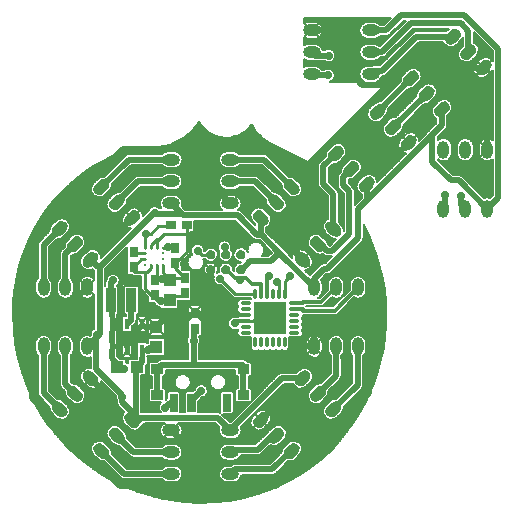
<source format=gtl>
G04 DipTrace 2.4.0.2*
%INmale.gtl*%
%MOMM*%
%ADD10C,0.25*%
%ADD13C,0.508*%
%ADD14C,0.4*%
%ADD15C,0.254*%
%ADD16C,0.305*%
%ADD17C,0.28*%
%ADD18C,0.152*%
%ADD23O,1.0X0.28*%
%ADD24O,0.28X1.0*%
%ADD25C,0.711*%
%ADD26R,2.7X2.7*%
%ADD28R,0.4X0.9*%
%ADD31O,1.0X1.5*%
%ADD32R,1.1X1.0*%
%ADD33R,1.0X1.1*%
%ADD34R,0.85X2.0*%
%ADD36O,1.5X1.0*%
%ADD39R,0.9X0.7*%
%ADD40R,0.7X0.9*%
%ADD41R,0.25X0.275*%
%ADD42R,0.275X0.25*%
%ADD45C,0.711*%
%FSLAX53Y53*%
G04*
G71*
G90*
G75*
G01*
%LNTop*%
%LPD*%
X19547Y22230D2*
D13*
Y22494D1*
X19068Y22973D1*
Y23656D1*
D14*
X19077Y23665D1*
Y24369D1*
D13*
Y25161D1*
D14*
Y25865D1*
Y26569D1*
D13*
Y27869D1*
X19022Y27923D1*
X20129Y22097D2*
X19680D1*
X19547Y22230D1*
X24339Y19209D2*
X24032D1*
X23621Y18798D1*
X22917Y30850D2*
D15*
Y29779D1*
X22744Y29606D1*
X24001Y29614D2*
X23341D1*
X22752D1*
X22744Y29606D1*
X23417Y30850D2*
Y30199D1*
X24001Y29614D1*
X25271Y29769D2*
X24156D1*
X24001Y29614D1*
X24435Y31008D2*
Y30606D1*
X25271Y29769D1*
X23341Y29645D2*
Y29614D1*
X25418Y34220D2*
Y33498D1*
Y31992D1*
X24435Y31008D1*
X25418Y33498D2*
X23512D1*
X22921Y32907D1*
Y32354D1*
X22917Y32350D1*
X22921Y32907D2*
Y33078D1*
X22446Y32603D1*
D10*
Y32379D1*
X22417Y32350D1*
X19022Y27923D2*
D13*
Y29399D1*
X19196Y29573D1*
X36230Y23985D2*
Y24831D1*
X36930Y25532D1*
X40358D1*
X40837Y25053D1*
Y20017D1*
X37133Y16313D1*
X36134D1*
X34138Y18310D1*
X32277D1*
X31706Y17739D1*
X37133Y16313D2*
X32996Y12176D1*
X27925D1*
X26417Y13684D1*
Y14580D1*
X24121Y16876D1*
X27925Y12176D2*
X19786D1*
X16563Y15399D1*
Y17554D1*
X17942Y18932D1*
Y20625D1*
X17292Y21275D1*
X16563Y15399D2*
X12359Y19603D1*
Y24763D1*
X13696Y26100D1*
X14126D1*
X16115Y28089D1*
X17011Y28985D1*
X12359Y24763D2*
X12276Y24679D1*
Y32984D1*
X14710Y35418D1*
X16563D1*
X18052Y33929D1*
X19892D1*
X20827Y34865D1*
X14710Y35418D2*
X20012Y40720D1*
X25490D1*
X26560Y39650D1*
Y38655D1*
X29121Y36094D1*
X25490Y40720D2*
X32436D1*
X34338Y38817D1*
X35878Y37278D1*
Y35337D1*
X34813Y34272D1*
Y31758D1*
X35242Y31329D1*
X36230Y23985D2*
X35280D1*
X34090Y22794D1*
X31444D1*
X28619Y25619D1*
Y26615D1*
D16*
X30446D1*
X28619D2*
D13*
X26622D1*
X23872D1*
X22859Y25603D1*
X21939D1*
D14*
X21677Y25865D1*
X27476Y30484D2*
D13*
Y28418D1*
X28568Y27326D1*
Y26564D1*
X28619Y26615D1*
X20377Y23665D2*
D14*
Y24141D1*
D13*
X21152Y24916D1*
Y25340D1*
X21356Y25544D1*
D14*
X21677Y25865D1*
X34338Y38817D2*
D13*
X35210D1*
X38822Y42430D1*
X39752D1*
X41758Y40424D1*
X43417D1*
X44222Y41229D1*
X38822Y42430D2*
X42510Y46118D1*
X40279D1*
X39309Y47087D1*
Y48361D1*
X36935Y50735D1*
X36010D1*
X42510Y46118D2*
X44743Y48351D1*
X46309D1*
X47092Y47568D1*
X50561D1*
X50586Y47593D1*
X50870Y40633D2*
Y41783D1*
X48804Y43849D1*
Y45855D1*
X47092Y47568D1*
X26130Y26785D2*
X26453D1*
X26622Y26615D1*
X15780Y27784D2*
X16115Y28089D1*
X35242Y21275D2*
X33519D1*
X29121Y16876D1*
X31706Y34865D2*
Y33508D1*
X33289Y31926D1*
X36230Y28985D1*
X31706Y33508D2*
Y33420D1*
X31406D1*
X29737Y35089D1*
X25126D1*
X25000Y35214D1*
X24121Y36094D1*
X25000Y35214D2*
X22725D1*
X22581D1*
X18072Y30705D1*
X17916D1*
X17292Y31329D1*
X18072Y30705D2*
Y25045D1*
X17011Y23985D1*
X18072Y25045D2*
X17773D1*
Y22085D1*
X19958Y19900D1*
Y19733D1*
Y19280D1*
X21498Y17739D1*
X20827D1*
Y17934D1*
X28063D1*
X29121Y16876D1*
X21677Y23665D2*
D14*
X22131D1*
D13*
X22621D1*
X22859Y23903D1*
X21677Y23665D2*
D14*
Y22961D1*
D13*
Y22660D1*
X21247Y22230D1*
X21102Y22085D1*
Y18014D1*
X20827Y17739D1*
X30016Y30484D2*
X30119D1*
X30818Y31183D1*
X32546D1*
X33289Y31926D1*
X30446Y26115D2*
D16*
X29682D1*
X29486Y25920D1*
X30239Y19859D2*
D13*
Y22059D1*
X22939Y19859D2*
Y22059D1*
X19985Y19733D2*
X19958D1*
X30239Y19859D2*
Y22418D1*
X26024D1*
Y24464D1*
X31596Y25465D2*
X32496Y26365D1*
X30446Y26115D2*
D15*
X32246D1*
X32496Y26365D1*
X22166Y23698D2*
D14*
X22131Y23665D1*
X22859Y23903D2*
D13*
X22370D1*
X22166Y23698D1*
X32496Y26365D2*
Y27265D1*
X30446Y26115D2*
D17*
X31200D1*
D13*
X32246D1*
X32496Y26365D1*
X26024Y22418D2*
X23298D1*
X22939Y22059D1*
X36230Y28985D2*
Y29709D1*
X37061Y30540D1*
X37336D1*
X39941Y33145D1*
Y35597D1*
X40731Y36387D1*
Y37649D1*
X40687Y37693D1*
X40731Y36387D2*
X46236Y41892D1*
X47043Y42699D1*
Y44049D1*
X47051Y44057D1*
X46236Y41892D2*
Y39616D1*
X47826Y38026D1*
X48477D1*
X50870Y35633D1*
X41010Y50735D2*
X42332D1*
X43618Y52021D1*
X48951D1*
X51804Y49167D1*
Y36567D1*
X50870Y35633D1*
X21917Y31350D2*
D15*
X21567D1*
X21105Y30888D1*
Y30851D1*
X20945Y30691D1*
X25271Y28469D2*
Y28253D1*
X24339D1*
X24001Y27914D1*
X22744Y28306D2*
Y28115D1*
X22943Y27916D1*
X23075Y27784D1*
X23870D1*
X24001Y27914D1*
X20945Y30691D2*
Y30305D1*
X21789D1*
X21936Y30158D1*
Y28874D1*
X22533Y28276D1*
X22714D1*
X22744Y28306D1*
X22417Y30850D2*
Y30639D1*
X22082Y30305D1*
X21789D1*
X23235Y27836D2*
X23155Y27916D1*
X22943D1*
X26024Y24464D2*
D13*
Y25379D1*
X26130Y25485D1*
X22725Y35299D2*
Y35214D1*
X20722Y27923D2*
Y26210D1*
D14*
X20377Y25865D1*
X27476Y31754D2*
D15*
X26709D1*
X26365Y32098D1*
X31246Y28415D2*
X29562D1*
X28260Y29717D1*
X32246Y28415D2*
D16*
Y29821D1*
X32403Y29978D1*
X28746Y31754D2*
Y32287D1*
X28637Y32396D1*
X31746Y28415D2*
Y29266D1*
X30995D1*
X30495Y29766D1*
X29959D1*
X29529D1*
X28811Y30484D1*
X28746D1*
X29959Y29562D2*
Y29766D1*
X34546Y27615D2*
X35300D1*
Y27749D1*
X36843D1*
X38080Y28985D1*
X34546Y27115D2*
X35300D1*
Y27004D1*
X37949D1*
X39930Y28985D1*
X25839Y19209D2*
D13*
Y19391D1*
X26663Y20215D1*
X39930Y23985D2*
Y20730D1*
X37858Y18659D1*
X38080Y23985D2*
Y21496D1*
X36550Y19967D1*
X34323Y15123D2*
X34231D1*
X32698Y13590D1*
X29534D1*
X29121Y13176D1*
X33015Y16431D2*
X32634D1*
X31446Y15243D1*
X29338D1*
X29121Y15026D1*
X24121Y13176D2*
X20158D1*
X18211Y15123D1*
X24121Y15026D2*
X20924D1*
X19519Y16431D1*
X15161Y23985D2*
Y20789D1*
X15984Y19967D1*
X13311Y23985D2*
Y20023D1*
X14675Y18659D1*
X13311Y28985D2*
Y32581D1*
X14675Y33945D1*
X15161Y28985D2*
Y31815D1*
X15984Y32637D1*
X24121Y37944D2*
X21291D1*
X19519Y36173D1*
X24121Y39794D2*
X20524D1*
X18211Y37481D1*
X29121Y39794D2*
X32009D1*
X34323Y37481D1*
X29121Y37944D2*
X31243D1*
X33015Y36173D1*
X37858Y33945D2*
Y36886D1*
X37012Y37733D1*
Y39251D1*
X38070Y40310D1*
X36550Y32637D2*
X36774D1*
X37354Y32057D1*
X37736D1*
X39214Y33535D1*
Y37097D1*
X38676Y37635D1*
Y38298D1*
X39379Y39001D1*
X41606Y43845D2*
X44434Y46674D1*
X42914Y42537D2*
X45743Y45365D1*
X49278Y48901D2*
Y50715D1*
X48657Y51336D1*
X44400D1*
X42003Y48938D1*
X41063D1*
X41010Y48885D1*
X47970Y50209D2*
X44889D1*
X42003Y47323D1*
X41298D1*
X41010Y47035D1*
X47284Y36795D2*
Y35747D1*
X47170Y35633D1*
X37407Y46948D2*
X36098D1*
X36010Y47035D1*
X48662Y36703D2*
Y35991D1*
X49020Y35633D1*
X37453Y48602D2*
X36294D1*
X36010Y48885D1*
X23417Y32350D2*
D15*
X23678D1*
X23720Y32308D1*
X24435D1*
X23868Y32435D2*
X23720Y32308D1*
X33746Y28415D2*
Y29536D1*
X34171Y29961D1*
X21992Y33531D2*
X21917D1*
Y32350D1*
X21992Y33531D2*
X22417D1*
X23030Y34144D1*
X24042D1*
X24118Y34220D1*
X33246Y28415D2*
Y29250D1*
X33090Y29407D1*
X21917Y31850D2*
X21086D1*
X20945Y31991D1*
D45*
X26024Y24464D3*
X29959Y29562D3*
X15780Y27784D3*
X22725Y35299D3*
X26365Y32098D3*
X28637Y32396D3*
X32403Y29978D3*
X28260Y29717D3*
X29486Y25920D3*
X20129Y22097D3*
X19985Y19733D3*
X22166Y23698D3*
X23621Y18798D3*
X26663Y20215D3*
X37453Y48602D3*
X37407Y46948D3*
X47284Y36795D3*
X48662Y36703D3*
X23868Y32435D3*
X21992Y33531D3*
X23341Y29645D3*
X23235Y27836D3*
X34171Y29961D3*
X33090Y29407D3*
X19196Y29573D3*
X35373Y51635D2*
D18*
X42562D1*
X35373Y51486D2*
X42412D1*
X43753D2*
X43882D1*
X36652Y51337D2*
X40369D1*
X41650D2*
X42265D1*
X43603D2*
X43732D1*
X36821Y51188D2*
X40200D1*
X43455D2*
X43582D1*
X36916Y51039D2*
X40105D1*
X43305D2*
X43434D1*
X36968Y50890D2*
X40053D1*
X43157D2*
X43284D1*
X36985Y50740D2*
X40036D1*
X43007D2*
X43136D1*
X44476D2*
X47484D1*
X36971Y50591D2*
X40050D1*
X42857D2*
X42986D1*
X44326D2*
X44613D1*
X36921Y50442D2*
X40100D1*
X42710D2*
X42836D1*
X44176D2*
X44453D1*
X49756D2*
X49859D1*
X36830Y50293D2*
X40191D1*
X42486D2*
X42689D1*
X44029D2*
X44303D1*
X49756D2*
X50009D1*
X36668Y50144D2*
X40353D1*
X41667D2*
X42539D1*
X43879D2*
X44153D1*
X49756D2*
X50156D1*
X35373Y49995D2*
X42391D1*
X43731D2*
X44005D1*
X49756D2*
X50306D1*
X35373Y49846D2*
X42241D1*
X43581D2*
X43855D1*
X48625D2*
X48799D1*
X49756D2*
X50456D1*
X35373Y49697D2*
X42091D1*
X43431D2*
X43708D1*
X45046D2*
X47158D1*
X48475D2*
X48799D1*
X49808D2*
X50604D1*
X35373Y49548D2*
X35492D1*
X36528D2*
X40493D1*
X41526D2*
X41943D1*
X43283D2*
X43558D1*
X44898D2*
X47277D1*
X48327D2*
X48799D1*
X49984D2*
X50754D1*
X36764Y49399D2*
X40257D1*
X43133D2*
X43408D1*
X44748D2*
X47480D1*
X48110D2*
X48758D1*
X50096D2*
X50902D1*
X36883Y49250D2*
X40136D1*
X42986D2*
X43260D1*
X44600D2*
X48608D1*
X50149D2*
X51052D1*
X36952Y49101D2*
X37174D1*
X37733D2*
X40069D1*
X42836D2*
X43110D1*
X44450D2*
X48501D1*
X50172D2*
X51202D1*
X37911Y48952D2*
X40038D1*
X42686D2*
X42962D1*
X44300D2*
X48416D1*
X50156D2*
X51325D1*
X37995Y48803D2*
X40041D1*
X42538D2*
X42812D1*
X44153D2*
X48394D1*
X50120D2*
X51325D1*
X38030Y48654D2*
X40074D1*
X42388D2*
X42662D1*
X44003D2*
X48380D1*
X50027D2*
X51325D1*
X38023Y48504D2*
X40148D1*
X42181D2*
X42515D1*
X43855D2*
X48425D1*
X49899D2*
X51325D1*
X37976Y48355D2*
X40274D1*
X41748D2*
X42365D1*
X43705D2*
X48480D1*
X49751D2*
X50371D1*
X51175D2*
X51325D1*
X35373Y48206D2*
X35540D1*
X37871D2*
X40541D1*
X41481D2*
X42217D1*
X43555D2*
X48618D1*
X49599D2*
X50182D1*
X35373Y48057D2*
X37288D1*
X37616D2*
X42067D1*
X43407D2*
X48882D1*
X49358D2*
X50032D1*
X35373Y47908D2*
X41917D1*
X43257D2*
X49885D1*
X35373Y47759D2*
X41127D1*
X43110D2*
X49787D1*
X36690Y47610D2*
X40331D1*
X42960D2*
X49716D1*
X36842Y47461D2*
X37157D1*
X37657D2*
X40179D1*
X42810D2*
X44258D1*
X44986D2*
X49699D1*
X37854Y47312D2*
X40093D1*
X42662D2*
X44055D1*
X45150D2*
X49694D1*
X37945Y47163D2*
X40048D1*
X42512D2*
X43905D1*
X45255D2*
X49744D1*
X51175D2*
X51325D1*
X37983Y47014D2*
X40036D1*
X42364D2*
X43758D1*
X45308D2*
X49813D1*
X51025D2*
X51325D1*
X37980Y46865D2*
X40057D1*
X42083D2*
X43651D1*
X45329D2*
X49961D1*
X50856D2*
X51325D1*
X37938Y46716D2*
X40112D1*
X41909D2*
X43570D1*
X45312D2*
X50290D1*
X50427D2*
X51325D1*
X37838Y46567D2*
X40212D1*
X41807D2*
X43548D1*
X45272D2*
X51325D1*
X37616Y46418D2*
X40398D1*
X41624D2*
X43508D1*
X45177D2*
X51325D1*
X42693Y46268D2*
X43360D1*
X45048D2*
X51325D1*
X42538Y46119D2*
X43210D1*
X44898D2*
X45513D1*
X46341D2*
X51325D1*
X42386Y45970D2*
X43060D1*
X44743D2*
X45329D1*
X46491D2*
X51325D1*
X42231Y45821D2*
X42912D1*
X44486D2*
X45179D1*
X46574D2*
X51325D1*
X42079Y45672D2*
X42762D1*
X44103D2*
X45034D1*
X46627D2*
X51325D1*
X41924Y45523D2*
X42615D1*
X43955D2*
X44939D1*
X46634D2*
X51325D1*
X41771Y45374D2*
X42465D1*
X43805D2*
X44870D1*
X46617D2*
X51325D1*
X41619Y45225D2*
X42315D1*
X43655D2*
X44853D1*
X46558D2*
X51325D1*
X41464Y45076D2*
X42167D1*
X43507D2*
X44784D1*
X46465D2*
X51325D1*
X41312Y44927D2*
X42017D1*
X43357D2*
X44634D1*
X46322D2*
X47142D1*
X47372D2*
X51325D1*
X41157Y44778D2*
X41869D1*
X43210D2*
X44484D1*
X46172D2*
X46768D1*
X47684D2*
X51325D1*
X41005Y44629D2*
X41424D1*
X43060D2*
X44336D1*
X45998D2*
X46603D1*
X47832D2*
X51325D1*
X40850Y44480D2*
X41222D1*
X42910D2*
X44186D1*
X45527D2*
X46456D1*
X47894D2*
X51325D1*
X40697Y44331D2*
X41074D1*
X42762D2*
X44039D1*
X45377D2*
X46320D1*
X47944D2*
X51325D1*
X40545Y44182D2*
X40924D1*
X42612D2*
X43889D1*
X45229D2*
X46225D1*
X47939D2*
X51325D1*
X40390Y44032D2*
X40819D1*
X42500D2*
X43739D1*
X45079D2*
X46175D1*
X47920D2*
X51325D1*
X40238Y43883D2*
X40738D1*
X42483D2*
X43591D1*
X44931D2*
X46158D1*
X47846D2*
X51325D1*
X40083Y43734D2*
X40719D1*
X42440D2*
X43441D1*
X44781D2*
X46172D1*
X47746D2*
X51325D1*
X39931Y43585D2*
X40710D1*
X42345D2*
X43293D1*
X44631D2*
X46225D1*
X47596D2*
X51325D1*
X39776Y43436D2*
X40757D1*
X42214D2*
X43143D1*
X44484D2*
X46318D1*
X47520D2*
X51325D1*
X39623Y43287D2*
X40817D1*
X42067D2*
X42679D1*
X44334D2*
X46470D1*
X47520D2*
X51325D1*
X39471Y43138D2*
X40960D1*
X41909D2*
X42498D1*
X44186D2*
X46565D1*
X47520D2*
X51325D1*
X39316Y42989D2*
X41246D1*
X41636D2*
X42348D1*
X44036D2*
X46565D1*
X47520D2*
X51325D1*
X26353Y42840D2*
X26568D1*
X39164D2*
X42203D1*
X43886D2*
X46513D1*
X47520D2*
X51325D1*
X26238Y42691D2*
X26670D1*
X30887D2*
X30994D1*
X39009D2*
X42108D1*
X43805D2*
X46365D1*
X47520D2*
X51325D1*
X26124Y42542D2*
X26791D1*
X30768D2*
X31087D1*
X38857D2*
X42041D1*
X43788D2*
X46215D1*
X47494D2*
X51325D1*
X26010Y42393D2*
X26932D1*
X30627D2*
X31178D1*
X38702D2*
X42024D1*
X43726D2*
X46068D1*
X47405D2*
X51325D1*
X25896Y42244D2*
X27099D1*
X30460D2*
X31271D1*
X38550D2*
X42024D1*
X43633D2*
X45918D1*
X47258D2*
X51325D1*
X25726Y42095D2*
X27299D1*
X30260D2*
X31385D1*
X38397D2*
X42077D1*
X43491D2*
X44279D1*
X44553D2*
X45768D1*
X47108D2*
X51325D1*
X25543Y41946D2*
X27549D1*
X30010D2*
X31523D1*
X38242D2*
X42153D1*
X43341D2*
X43934D1*
X44860D2*
X45620D1*
X46960D2*
X51325D1*
X25360Y41796D2*
X27889D1*
X29670D2*
X31663D1*
X38090D2*
X42300D1*
X43164D2*
X43772D1*
X45005D2*
X45470D1*
X46810D2*
X51325D1*
X25176Y41647D2*
X28677D1*
X28882D2*
X31802D1*
X37935D2*
X43622D1*
X45067D2*
X45322D1*
X46715D2*
X51325D1*
X24960Y41498D2*
X32002D1*
X37783D2*
X43489D1*
X47586D2*
X48604D1*
X49437D2*
X50502D1*
X51237D2*
X51328D1*
X24650Y41349D2*
X32211D1*
X37628D2*
X43393D1*
X47753D2*
X48437D1*
X49603D2*
X50321D1*
X24343Y41200D2*
X32421D1*
X37476D2*
X43346D1*
X47848D2*
X48342D1*
X49699D2*
X50221D1*
X23976Y41051D2*
X32754D1*
X37321D2*
X37821D1*
X38683D2*
X43329D1*
X47901D2*
X48289D1*
X49751D2*
X50166D1*
X23298Y40902D2*
X33083D1*
X37168D2*
X37645D1*
X38831D2*
X43346D1*
X47920D2*
X48270D1*
X49770D2*
X50147D1*
X20959Y40753D2*
X33380D1*
X37016D2*
X37495D1*
X38907D2*
X43396D1*
X47920D2*
X48270D1*
X49770D2*
X50147D1*
X20319Y40604D2*
X33678D1*
X36861D2*
X37352D1*
X38959D2*
X43493D1*
X47920D2*
X48270D1*
X49770D2*
X50147D1*
X19878Y40455D2*
X23598D1*
X24643D2*
X28599D1*
X29644D2*
X33976D1*
X36709D2*
X37259D1*
X38959D2*
X43648D1*
X47920D2*
X48270D1*
X49770D2*
X50147D1*
X19509Y40306D2*
X23365D1*
X24876D2*
X28365D1*
X29877D2*
X34276D1*
X36554D2*
X37197D1*
X38942D2*
X43979D1*
X47915D2*
X48275D1*
X49765D2*
X50151D1*
X19190Y40157D2*
X20222D1*
X24995D2*
X28246D1*
X32313D2*
X34573D1*
X36402D2*
X37181D1*
X38878D2*
X43832D1*
X47884D2*
X48306D1*
X49734D2*
X50182D1*
X18921Y40008D2*
X20067D1*
X25062D2*
X28180D1*
X32465D2*
X34871D1*
X36247D2*
X37097D1*
X38783D2*
X43682D1*
X47817D2*
X48375D1*
X49668D2*
X50254D1*
X18666Y39859D2*
X19919D1*
X25091D2*
X28149D1*
X32615D2*
X35169D1*
X36094D2*
X36950D1*
X38638D2*
X39360D1*
X39735D2*
X43532D1*
X47698D2*
X48492D1*
X49549D2*
X50378D1*
X18404Y39710D2*
X19769D1*
X25091D2*
X28151D1*
X32763D2*
X35466D1*
X35942D2*
X36800D1*
X38488D2*
X39076D1*
X40024D2*
X43384D1*
X47477D2*
X48713D1*
X49327D2*
X50635D1*
X51106D2*
X51325D1*
X18140Y39560D2*
X19621D1*
X25055D2*
X28187D1*
X32913D2*
X36652D1*
X38307D2*
X38919D1*
X40166D2*
X43234D1*
X46962D2*
X51325D1*
X17876Y39411D2*
X19471D1*
X24984D2*
X28258D1*
X33063D2*
X36562D1*
X37842D2*
X38771D1*
X40226D2*
X43086D1*
X47110D2*
X51325D1*
X17623Y39262D2*
X19321D1*
X20662D2*
X23386D1*
X24855D2*
X28387D1*
X29856D2*
X31871D1*
X33211D2*
X36533D1*
X37692D2*
X38638D1*
X40274D2*
X42936D1*
X47260D2*
X51325D1*
X17395Y39113D2*
X19174D1*
X20514D2*
X23658D1*
X24583D2*
X28658D1*
X29584D2*
X32021D1*
X33361D2*
X36533D1*
X37545D2*
X38545D1*
X40264D2*
X42786D1*
X47408D2*
X51325D1*
X17166Y38964D2*
X19024D1*
X20364D2*
X32168D1*
X33508D2*
X36533D1*
X37490D2*
X38502D1*
X40245D2*
X42639D1*
X47558D2*
X51325D1*
X16937Y38815D2*
X18876D1*
X20216D2*
X32318D1*
X33658D2*
X36533D1*
X37490D2*
X38486D1*
X40164D2*
X42489D1*
X47708D2*
X51325D1*
X16735Y38666D2*
X18726D1*
X20066D2*
X32468D1*
X33808D2*
X36533D1*
X37490D2*
X38374D1*
X40062D2*
X42341D1*
X47855D2*
X51325D1*
X16537Y38517D2*
X18576D1*
X19916D2*
X23439D1*
X24803D2*
X28437D1*
X29803D2*
X32616D1*
X33956D2*
X36533D1*
X37490D2*
X38252D1*
X39912D2*
X40569D1*
X41138D2*
X42191D1*
X48005D2*
X51325D1*
X16337Y38368D2*
X18428D1*
X19769D2*
X21088D1*
X24955D2*
X28287D1*
X31444D2*
X32766D1*
X34106D2*
X36533D1*
X37490D2*
X38202D1*
X39764D2*
X40343D1*
X41367D2*
X42041D1*
X48806D2*
X51325D1*
X16142Y38219D2*
X17957D1*
X19619D2*
X20895D1*
X25038D2*
X28201D1*
X31639D2*
X32914D1*
X34578D2*
X36533D1*
X37490D2*
X38198D1*
X39562D2*
X40195D1*
X41493D2*
X41893D1*
X48956D2*
X51325D1*
X15968Y38070D2*
X17783D1*
X19471D2*
X20745D1*
X25084D2*
X28158D1*
X31787D2*
X33064D1*
X34751D2*
X36533D1*
X37490D2*
X38198D1*
X39154D2*
X40045D1*
X41548D2*
X41743D1*
X49103D2*
X51325D1*
X15792Y37921D2*
X17633D1*
X19321D2*
X20598D1*
X25095D2*
X28146D1*
X31937D2*
X33214D1*
X34901D2*
X36533D1*
X37495D2*
X38198D1*
X39154D2*
X39926D1*
X49253D2*
X51325D1*
X15618Y37772D2*
X17490D1*
X19171D2*
X20448D1*
X25074D2*
X28168D1*
X32084D2*
X33361D1*
X35044D2*
X36533D1*
X37642D2*
X38198D1*
X39209D2*
X39834D1*
X49401D2*
X51325D1*
X15444Y37623D2*
X17397D1*
X19099D2*
X20300D1*
X25017D2*
X28223D1*
X32234D2*
X33433D1*
X35137D2*
X36547D1*
X37792D2*
X38198D1*
X39357D2*
X39805D1*
X49551D2*
X51325D1*
X15292Y37474D2*
X17338D1*
X19083D2*
X20150D1*
X21490D2*
X23324D1*
X24917D2*
X28325D1*
X29915D2*
X31044D1*
X32384D2*
X33449D1*
X35197D2*
X36614D1*
X37940D2*
X38226D1*
X39507D2*
X39788D1*
X49701D2*
X51325D1*
X15139Y37324D2*
X17321D1*
X19016D2*
X20000D1*
X21340D2*
X23510D1*
X24731D2*
X28511D1*
X29729D2*
X31192D1*
X32532D2*
X33518D1*
X35213D2*
X36750D1*
X38090D2*
X38317D1*
X39633D2*
X39824D1*
X49849D2*
X51325D1*
X14987Y37175D2*
X17326D1*
X18921D2*
X19852D1*
X21193D2*
X31342D1*
X32682D2*
X33611D1*
X35209D2*
X36900D1*
X38235D2*
X38464D1*
X39685D2*
X39876D1*
X49999D2*
X51325D1*
X14835Y37026D2*
X17378D1*
X18773D2*
X19474D1*
X21043D2*
X31492D1*
X33058D2*
X33759D1*
X35156D2*
X37047D1*
X38314D2*
X38614D1*
X39693D2*
X40000D1*
X50146D2*
X51325D1*
X14692Y36877D2*
X17462D1*
X18626D2*
X19212D1*
X20893D2*
X31640D1*
X33323D2*
X33909D1*
X35073D2*
X37197D1*
X38335D2*
X38736D1*
X39693D2*
X40212D1*
X50296D2*
X51325D1*
X14558Y36728D2*
X17609D1*
X18442D2*
X19057D1*
X20745D2*
X23539D1*
X24703D2*
X28539D1*
X29703D2*
X31790D1*
X33477D2*
X34092D1*
X34923D2*
X37347D1*
X38335D2*
X38736D1*
X39693D2*
X40253D1*
X50446D2*
X51294D1*
X14425Y36579D2*
X18907D1*
X20595D2*
X23339D1*
X24903D2*
X28339D1*
X29903D2*
X31937D1*
X33625D2*
X37381D1*
X38335D2*
X38736D1*
X39693D2*
X40253D1*
X50594D2*
X50721D1*
X51020D2*
X51147D1*
X14292Y36430D2*
X18778D1*
X20447D2*
X23231D1*
X25010D2*
X28232D1*
X30010D2*
X32087D1*
X33756D2*
X37381D1*
X38335D2*
X38736D1*
X39693D2*
X40105D1*
X14156Y36281D2*
X18683D1*
X20404D2*
X23172D1*
X25069D2*
X28173D1*
X30070D2*
X32130D1*
X33849D2*
X37381D1*
X38335D2*
X38736D1*
X39693D2*
X39955D1*
X14037Y36132D2*
X18643D1*
X20385D2*
X23148D1*
X25093D2*
X28146D1*
X30094D2*
X32149D1*
X33892D2*
X37381D1*
X38335D2*
X38736D1*
X39693D2*
X39805D1*
X13920Y35983D2*
X18624D1*
X20304D2*
X23155D1*
X25086D2*
X28156D1*
X30087D2*
X32230D1*
X33908D2*
X37381D1*
X38335D2*
X38736D1*
X13804Y35834D2*
X18645D1*
X20197D2*
X22529D1*
X22919D2*
X23196D1*
X25050D2*
X28196D1*
X30046D2*
X32335D1*
X33887D2*
X37381D1*
X38335D2*
X38736D1*
X13685Y35685D2*
X18698D1*
X20050D2*
X20705D1*
X21288D2*
X22298D1*
X23152D2*
X23277D1*
X25200D2*
X28277D1*
X29965D2*
X31244D1*
X31830D2*
X32485D1*
X33835D2*
X37381D1*
X38335D2*
X38736D1*
X13568Y35536D2*
X18802D1*
X19900D2*
X20481D1*
X21509D2*
X22198D1*
X29872D2*
X31023D1*
X32053D2*
X32633D1*
X33732D2*
X37381D1*
X38335D2*
X38736D1*
X13465Y35387D2*
X18967D1*
X19697D2*
X20331D1*
X21636D2*
X22084D1*
X30108D2*
X30897D1*
X32201D2*
X32837D1*
X33568D2*
X37381D1*
X38335D2*
X38736D1*
X13363Y35238D2*
X20183D1*
X21688D2*
X21934D1*
X30258D2*
X30844D1*
X32351D2*
X37381D1*
X38335D2*
X38736D1*
X13261Y35088D2*
X20064D1*
X30408D2*
X30809D1*
X32470D2*
X37381D1*
X38335D2*
X38736D1*
X13158Y34939D2*
X19974D1*
X30556D2*
X30825D1*
X32561D2*
X37381D1*
X38335D2*
X38736D1*
X13056Y34790D2*
X14599D1*
X15066D2*
X19945D1*
X30706D2*
X30851D1*
X32587D2*
X37381D1*
X38335D2*
X38736D1*
X12963Y34641D2*
X14357D1*
X15332D2*
X19929D1*
X30853D2*
X30944D1*
X32604D2*
X37200D1*
X38335D2*
X38736D1*
X12875Y34492D2*
X14204D1*
X15473D2*
X19967D1*
X26093D2*
X29663D1*
X32568D2*
X37062D1*
X38335D2*
X38736D1*
X12787Y34343D2*
X14056D1*
X15528D2*
X20019D1*
X26093D2*
X29813D1*
X32515D2*
X37005D1*
X38478D2*
X38736D1*
X12696Y34194D2*
X13928D1*
X15573D2*
X20143D1*
X26093D2*
X29961D1*
X32389D2*
X36962D1*
X38604D2*
X38736D1*
X12608Y34045D2*
X13835D1*
X15559D2*
X20364D1*
X26093D2*
X30111D1*
X32184D2*
X36974D1*
X40419D2*
X40538D1*
X12522Y33896D2*
X13797D1*
X15540D2*
X20593D1*
X26093D2*
X30261D1*
X32184D2*
X36995D1*
X40419D2*
X40612D1*
X12449Y33747D2*
X13780D1*
X15454D2*
X20443D1*
X26093D2*
X30409D1*
X32184D2*
X37078D1*
X40419D2*
X40684D1*
X12372Y33598D2*
X13659D1*
X15347D2*
X20295D1*
X25769D2*
X30559D1*
X32287D2*
X37188D1*
X40419D2*
X40757D1*
X12296Y33449D2*
X13509D1*
X15197D2*
X15847D1*
X16471D2*
X20145D1*
X25769D2*
X30706D1*
X32437D2*
X36064D1*
X36687D2*
X37338D1*
X40419D2*
X40831D1*
X12220Y33300D2*
X13359D1*
X15047D2*
X15628D1*
X16675D2*
X19998D1*
X25769D2*
X30856D1*
X32584D2*
X35859D1*
X36906D2*
X37486D1*
X40419D2*
X40898D1*
X12144Y33151D2*
X13211D1*
X14839D2*
X15478D1*
X16794D2*
X19848D1*
X25769D2*
X31006D1*
X32735D2*
X35738D1*
X37054D2*
X37695D1*
X40419D2*
X40960D1*
X12075Y33002D2*
X13061D1*
X14401D2*
X15330D1*
X16847D2*
X19698D1*
X25769D2*
X31192D1*
X32882D2*
X35685D1*
X37204D2*
X38009D1*
X40397D2*
X41022D1*
X12010Y32852D2*
X12921D1*
X14254D2*
X15216D1*
X16880D2*
X19550D1*
X25769D2*
X28289D1*
X28984D2*
X31692D1*
X33032D2*
X35652D1*
X37318D2*
X37862D1*
X40314D2*
X41084D1*
X11949Y32703D2*
X12849D1*
X14104D2*
X15126D1*
X16863D2*
X19400D1*
X25769D2*
X28149D1*
X29125D2*
X30847D1*
X31725D2*
X31842D1*
X33182D2*
X35669D1*
X37409D2*
X37712D1*
X40169D2*
X41146D1*
X11884Y32554D2*
X12833D1*
X13954D2*
X15102D1*
X16835D2*
X19252D1*
X25769D2*
X26017D1*
X26712D2*
X28080D1*
X29194D2*
X30699D1*
X31873D2*
X31990D1*
X33330D2*
X35700D1*
X40021D2*
X41210D1*
X11820Y32405D2*
X12833D1*
X13806D2*
X15083D1*
X16742D2*
X19102D1*
X25769D2*
X25876D1*
X26853D2*
X28056D1*
X29217D2*
X30613D1*
X31956D2*
X32140D1*
X33480D2*
X35793D1*
X39871D2*
X41265D1*
X11756Y32256D2*
X12833D1*
X13789D2*
X14933D1*
X16621D2*
X18952D1*
X26922D2*
X27130D1*
X27822D2*
X28075D1*
X29198D2*
X29625D1*
X30406D2*
X30570D1*
X31999D2*
X32290D1*
X33663D2*
X35914D1*
X39721D2*
X41317D1*
X11701Y32107D2*
X12833D1*
X13789D2*
X14788D1*
X16471D2*
X17102D1*
X17859D2*
X18805D1*
X20145D2*
X20372D1*
X27977D2*
X28137D1*
X29248D2*
X29482D1*
X32011D2*
X32437D1*
X33778D2*
X34676D1*
X35432D2*
X36062D1*
X39573D2*
X41369D1*
X11649Y31958D2*
X12833D1*
X13789D2*
X14707D1*
X16323D2*
X16902D1*
X18016D2*
X18655D1*
X19995D2*
X20372D1*
X28058D2*
X28162D1*
X29327D2*
X29406D1*
X31987D2*
X32587D1*
X33928D2*
X34516D1*
X35630D2*
X36212D1*
X39423D2*
X41422D1*
X11596Y31809D2*
X12833D1*
X13789D2*
X14683D1*
X16094D2*
X16754D1*
X18116D2*
X18507D1*
X19845D2*
X20372D1*
X25715D2*
X25865D1*
X31930D2*
X32502D1*
X34075D2*
X34419D1*
X35780D2*
X36440D1*
X39276D2*
X41474D1*
X11541Y31660D2*
X12833D1*
X13789D2*
X14683D1*
X15675D2*
X16604D1*
X18168D2*
X18357D1*
X19697D2*
X20372D1*
X25576D2*
X25732D1*
X31827D2*
X32352D1*
X34225D2*
X34366D1*
X35928D2*
X37100D1*
X39126D2*
X41527D1*
X11489Y31511D2*
X12833D1*
X13789D2*
X14683D1*
X15640D2*
X16502D1*
X19547D2*
X20372D1*
X25429D2*
X25598D1*
X28041D2*
X28180D1*
X29310D2*
X29423D1*
X36030D2*
X37636D1*
X38976D2*
X41574D1*
X11437Y31362D2*
X12833D1*
X13789D2*
X14683D1*
X15640D2*
X16423D1*
X19400D2*
X20372D1*
X25279D2*
X25525D1*
X26889D2*
X27003D1*
X27948D2*
X28273D1*
X29217D2*
X29511D1*
X36111D2*
X37488D1*
X38828D2*
X41617D1*
X11394Y31213D2*
X12833D1*
X13789D2*
X14683D1*
X15640D2*
X16407D1*
X19249D2*
X20372D1*
X25129D2*
X25486D1*
X26924D2*
X27199D1*
X27753D2*
X28470D1*
X29022D2*
X29682D1*
X36128D2*
X37338D1*
X38678D2*
X41660D1*
X11351Y31064D2*
X12833D1*
X13789D2*
X14683D1*
X15640D2*
X16397D1*
X19099D2*
X20372D1*
X25010D2*
X25484D1*
X26929D2*
X27301D1*
X27651D2*
X28570D1*
X28922D2*
X29839D1*
X36137D2*
X37190D1*
X38530D2*
X41700D1*
X11310Y30915D2*
X12833D1*
X13789D2*
X14683D1*
X15640D2*
X16445D1*
X18952D2*
X20372D1*
X25010D2*
X25510D1*
X26900D2*
X27041D1*
X27910D2*
X28311D1*
X29182D2*
X29580D1*
X36090D2*
X36774D1*
X38380D2*
X41743D1*
X11268Y30766D2*
X12833D1*
X13789D2*
X14683D1*
X15640D2*
X16507D1*
X18802D2*
X20372D1*
X25010D2*
X25575D1*
X26836D2*
X26929D1*
X28022D2*
X28199D1*
X29294D2*
X29468D1*
X36028D2*
X36616D1*
X38230D2*
X41786D1*
X11225Y30616D2*
X12833D1*
X13789D2*
X14683D1*
X15640D2*
X16650D1*
X18654D2*
X20372D1*
X25010D2*
X25689D1*
X26722D2*
X26872D1*
X35883D2*
X36466D1*
X38083D2*
X41827D1*
X11184Y30467D2*
X12833D1*
X13789D2*
X14683D1*
X15640D2*
X16947D1*
X17273D2*
X17483D1*
X18549D2*
X20372D1*
X25062D2*
X25910D1*
X26500D2*
X26858D1*
X35585D2*
X36319D1*
X37933D2*
X41860D1*
X11148Y30318D2*
X12833D1*
X13789D2*
X14683D1*
X15640D2*
X17593D1*
X18549D2*
X20372D1*
X25846D2*
X26882D1*
X28070D2*
X28151D1*
X35566D2*
X36169D1*
X37785D2*
X41893D1*
X11118Y30169D2*
X12833D1*
X13789D2*
X14683D1*
X15640D2*
X17593D1*
X18549D2*
X20372D1*
X25846D2*
X26946D1*
X35716D2*
X36021D1*
X37628D2*
X41927D1*
X11087Y30020D2*
X12833D1*
X13789D2*
X14683D1*
X15640D2*
X17593D1*
X18549D2*
X18836D1*
X19557D2*
X20750D1*
X25846D2*
X27075D1*
X37211D2*
X41960D1*
X11053Y29871D2*
X12833D1*
X13789D2*
X14683D1*
X15640D2*
X16683D1*
X17340D2*
X17593D1*
X18549D2*
X18702D1*
X19690D2*
X21584D1*
X25846D2*
X27701D1*
X37061D2*
X37750D1*
X38409D2*
X39600D1*
X40259D2*
X41993D1*
X11022Y29722D2*
X12780D1*
X13842D2*
X14630D1*
X15692D2*
X16481D1*
X18549D2*
X18635D1*
X19757D2*
X21584D1*
X25846D2*
X27680D1*
X36914D2*
X37550D1*
X38609D2*
X39400D1*
X40459D2*
X42024D1*
X10991Y29573D2*
X12673D1*
X13949D2*
X14523D1*
X15799D2*
X16373D1*
X19776D2*
X21584D1*
X25846D2*
X27699D1*
X36868D2*
X37440D1*
X38719D2*
X39291D1*
X40569D2*
X42050D1*
X10965Y29424D2*
X12613D1*
X14011D2*
X14464D1*
X15861D2*
X16312D1*
X19757D2*
X21584D1*
X25846D2*
X27763D1*
X36928D2*
X37381D1*
X38778D2*
X39231D1*
X40628D2*
X42074D1*
X10944Y29275D2*
X12587D1*
X14035D2*
X14437D1*
X15885D2*
X16288D1*
X19690D2*
X21584D1*
X25846D2*
X27894D1*
X36952D2*
X37357D1*
X38802D2*
X39207D1*
X40652D2*
X42098D1*
X10922Y29126D2*
X12587D1*
X14035D2*
X14437D1*
X15885D2*
X16288D1*
X19671D2*
X20074D1*
X21371D2*
X21584D1*
X25846D2*
X28361D1*
X36954D2*
X37355D1*
X38804D2*
X39205D1*
X40655D2*
X42122D1*
X10898Y28977D2*
X12587D1*
X14035D2*
X14437D1*
X15885D2*
X16288D1*
X19671D2*
X20074D1*
X21371D2*
X21584D1*
X25846D2*
X28511D1*
X36954D2*
X37355D1*
X38804D2*
X39205D1*
X40655D2*
X42146D1*
X10877Y28828D2*
X12587D1*
X14035D2*
X14437D1*
X15885D2*
X16288D1*
X19671D2*
X20074D1*
X21371D2*
X21588D1*
X25846D2*
X28661D1*
X36954D2*
X37355D1*
X38804D2*
X39205D1*
X40655D2*
X42170D1*
X10856Y28679D2*
X12590D1*
X14032D2*
X14440D1*
X15882D2*
X16290D1*
X19671D2*
X20074D1*
X21371D2*
X21648D1*
X25846D2*
X28808D1*
X36952D2*
X37247D1*
X38802D2*
X39098D1*
X40652D2*
X42191D1*
X10837Y28530D2*
X12618D1*
X14006D2*
X14468D1*
X15854D2*
X16319D1*
X19671D2*
X20074D1*
X21371D2*
X21791D1*
X25846D2*
X28958D1*
X36923D2*
X37097D1*
X38773D2*
X38948D1*
X40624D2*
X42205D1*
X10827Y28380D2*
X12682D1*
X13939D2*
X14533D1*
X15790D2*
X16383D1*
X19671D2*
X20074D1*
X21371D2*
X21938D1*
X25846D2*
X29106D1*
X36859D2*
X36950D1*
X38709D2*
X38798D1*
X40559D2*
X42220D1*
X10815Y28231D2*
X12797D1*
X13825D2*
X14647D1*
X15675D2*
X16497D1*
X19671D2*
X20074D1*
X21371D2*
X22088D1*
X25846D2*
X29256D1*
X40443D2*
X42234D1*
X10803Y28082D2*
X13021D1*
X13604D2*
X14868D1*
X15454D2*
X16719D1*
X17304D2*
X17593D1*
X19671D2*
X20074D1*
X21371D2*
X22169D1*
X25846D2*
X29504D1*
X37704D2*
X37788D1*
X38371D2*
X38500D1*
X39552D2*
X39638D1*
X40221D2*
X42250D1*
X10791Y27933D2*
X17593D1*
X19671D2*
X20074D1*
X21371D2*
X22169D1*
X25846D2*
X29873D1*
X37554D2*
X38352D1*
X39404D2*
X42265D1*
X10779Y27784D2*
X17593D1*
X19671D2*
X20074D1*
X21371D2*
X22169D1*
X24724D2*
X29737D1*
X37404D2*
X38202D1*
X39254D2*
X42279D1*
X10767Y27635D2*
X17593D1*
X19671D2*
X20074D1*
X21371D2*
X22693D1*
X24724D2*
X29697D1*
X37257D2*
X38052D1*
X39107D2*
X42286D1*
X10765Y27486D2*
X17593D1*
X19671D2*
X20074D1*
X21371D2*
X22777D1*
X24724D2*
X29720D1*
X37106D2*
X37905D1*
X38957D2*
X42291D1*
X10763Y27337D2*
X17593D1*
X19671D2*
X20074D1*
X21371D2*
X22955D1*
X24724D2*
X25556D1*
X26705D2*
X29770D1*
X38807D2*
X42298D1*
X10760Y27188D2*
X17593D1*
X19671D2*
X20074D1*
X21371D2*
X23277D1*
X24724D2*
X25556D1*
X26705D2*
X29704D1*
X38659D2*
X42303D1*
X10758Y27039D2*
X17593D1*
X19671D2*
X20074D1*
X21371D2*
X25556D1*
X26705D2*
X29704D1*
X38509D2*
X42310D1*
X10758Y26890D2*
X17593D1*
X19671D2*
X20074D1*
X21371D2*
X25556D1*
X26705D2*
X29773D1*
X38361D2*
X42315D1*
X10756Y26741D2*
X17593D1*
X19671D2*
X20074D1*
X21371D2*
X25556D1*
X26705D2*
X29744D1*
X38211D2*
X42317D1*
X10758Y26592D2*
X17593D1*
X19554D2*
X20245D1*
X21200D2*
X25556D1*
X26705D2*
X29723D1*
X35294D2*
X42315D1*
X10763Y26443D2*
X17593D1*
X19538D2*
X19952D1*
X22102D2*
X25556D1*
X26705D2*
X29258D1*
X35254D2*
X42312D1*
X10767Y26294D2*
X17593D1*
X19502D2*
X19952D1*
X23583D2*
X25556D1*
X26705D2*
X29049D1*
X35251D2*
X42310D1*
X10772Y26144D2*
X17593D1*
X19502D2*
X19952D1*
X23583D2*
X25556D1*
X26705D2*
X28954D1*
X35294D2*
X42305D1*
X10779Y25995D2*
X17593D1*
X19502D2*
X19952D1*
X21147D2*
X21253D1*
X23583D2*
X25556D1*
X26705D2*
X28911D1*
X35275D2*
X42303D1*
X10784Y25846D2*
X17593D1*
X19502D2*
X19952D1*
X21024D2*
X21253D1*
X23583D2*
X25556D1*
X26705D2*
X28911D1*
X35216D2*
X42300D1*
X10789Y25697D2*
X17593D1*
X19502D2*
X19952D1*
X20802D2*
X21253D1*
X23583D2*
X25556D1*
X26705D2*
X28951D1*
X35287D2*
X42289D1*
X10794Y25548D2*
X17593D1*
X19502D2*
X19952D1*
X20802D2*
X21253D1*
X23583D2*
X25556D1*
X26705D2*
X29046D1*
X35290D2*
X42277D1*
X10803Y25399D2*
X17459D1*
X19502D2*
X19952D1*
X20802D2*
X21253D1*
X23583D2*
X25546D1*
X26705D2*
X29254D1*
X35228D2*
X42265D1*
X10820Y25250D2*
X17343D1*
X19547D2*
X19952D1*
X20802D2*
X21253D1*
X23583D2*
X25546D1*
X26705D2*
X29723D1*
X35271D2*
X42253D1*
X10837Y25101D2*
X17297D1*
X19554D2*
X22136D1*
X23583D2*
X25546D1*
X26705D2*
X29697D1*
X35294D2*
X42241D1*
X10853Y24952D2*
X17295D1*
X19554D2*
X22136D1*
X23583D2*
X25546D1*
X26705D2*
X29735D1*
X35259D2*
X42229D1*
X10870Y24803D2*
X12871D1*
X13751D2*
X14721D1*
X15601D2*
X16571D1*
X19554D2*
X25546D1*
X26503D2*
X29866D1*
X35128D2*
X35790D1*
X36668D2*
X37640D1*
X38519D2*
X39491D1*
X40369D2*
X42215D1*
X10889Y24654D2*
X12723D1*
X13899D2*
X14573D1*
X15749D2*
X16423D1*
X19554D2*
X22136D1*
X23583D2*
X25477D1*
X26572D2*
X30856D1*
X34135D2*
X35643D1*
X36816D2*
X37493D1*
X38666D2*
X39343D1*
X40516D2*
X42193D1*
X10906Y24505D2*
X12640D1*
X13982D2*
X14490D1*
X15832D2*
X16340D1*
X19554D2*
X22136D1*
X23583D2*
X25446D1*
X26603D2*
X30856D1*
X34135D2*
X35559D1*
X36902D2*
X37409D1*
X38750D2*
X39260D1*
X40600D2*
X42174D1*
X10922Y24356D2*
X12597D1*
X14025D2*
X14447D1*
X15875D2*
X16297D1*
X19554D2*
X22136D1*
X23583D2*
X25456D1*
X26593D2*
X30856D1*
X34135D2*
X35516D1*
X36945D2*
X37367D1*
X38792D2*
X39217D1*
X40643D2*
X42153D1*
X10939Y24207D2*
X12587D1*
X14035D2*
X14437D1*
X15885D2*
X16288D1*
X19526D2*
X19952D1*
X20802D2*
X21253D1*
X23583D2*
X25506D1*
X26543D2*
X30856D1*
X34135D2*
X35504D1*
X36954D2*
X37355D1*
X38804D2*
X39205D1*
X40655D2*
X42131D1*
X10968Y24058D2*
X12587D1*
X14035D2*
X14437D1*
X15885D2*
X16288D1*
X19502D2*
X19952D1*
X20802D2*
X21253D1*
X23583D2*
X25546D1*
X26503D2*
X30856D1*
X34135D2*
X35504D1*
X36954D2*
X37355D1*
X38804D2*
X39205D1*
X40655D2*
X42110D1*
X10996Y23908D2*
X12587D1*
X14035D2*
X14437D1*
X15885D2*
X16288D1*
X19502D2*
X19952D1*
X20802D2*
X21253D1*
X23583D2*
X25546D1*
X26503D2*
X30859D1*
X34132D2*
X35504D1*
X36954D2*
X37355D1*
X38804D2*
X39205D1*
X40655D2*
X42089D1*
X11025Y23759D2*
X12587D1*
X14035D2*
X14437D1*
X15885D2*
X16288D1*
X19535D2*
X19952D1*
X20802D2*
X21253D1*
X23583D2*
X25546D1*
X26503D2*
X30911D1*
X34080D2*
X35504D1*
X36954D2*
X37355D1*
X38804D2*
X39205D1*
X40655D2*
X42062D1*
X11053Y23610D2*
X12599D1*
X14025D2*
X14447D1*
X15875D2*
X16297D1*
X19547D2*
X19952D1*
X20802D2*
X21253D1*
X23583D2*
X25546D1*
X26503D2*
X31085D1*
X31406D2*
X31585D1*
X31906D2*
X32085D1*
X32406D2*
X32585D1*
X32906D2*
X33085D1*
X33406D2*
X33585D1*
X33906D2*
X35516D1*
X36942D2*
X37367D1*
X38792D2*
X39217D1*
X40643D2*
X42031D1*
X11084Y23461D2*
X12642D1*
X13980D2*
X14492D1*
X15830D2*
X16342D1*
X19547D2*
X19952D1*
X20802D2*
X21253D1*
X23583D2*
X25546D1*
X26503D2*
X35562D1*
X36899D2*
X37409D1*
X38750D2*
X39260D1*
X40600D2*
X42000D1*
X11113Y23312D2*
X12728D1*
X13896D2*
X14578D1*
X15747D2*
X16428D1*
X19547D2*
X19952D1*
X20802D2*
X21253D1*
X23583D2*
X25546D1*
X26503D2*
X35645D1*
X36814D2*
X37495D1*
X38664D2*
X39345D1*
X40514D2*
X41972D1*
X11141Y23163D2*
X12833D1*
X13789D2*
X14683D1*
X15640D2*
X16578D1*
X19547D2*
X19952D1*
X20802D2*
X21245D1*
X23583D2*
X25546D1*
X26503D2*
X35795D1*
X36664D2*
X37602D1*
X38557D2*
X39453D1*
X40407D2*
X41941D1*
X11170Y23014D2*
X12833D1*
X13789D2*
X14683D1*
X15640D2*
X17295D1*
X19697D2*
X19952D1*
X20802D2*
X21203D1*
X22152D2*
X25546D1*
X26503D2*
X37602D1*
X38557D2*
X39453D1*
X40407D2*
X41910D1*
X11208Y22865D2*
X12833D1*
X13789D2*
X14683D1*
X15640D2*
X17295D1*
X20321D2*
X20474D1*
X22155D2*
X23162D1*
X30375D2*
X37602D1*
X38557D2*
X39453D1*
X40407D2*
X41877D1*
X11248Y22716D2*
X12833D1*
X13789D2*
X14683D1*
X15640D2*
X17295D1*
X20321D2*
X20474D1*
X22155D2*
X22927D1*
X30608D2*
X37602D1*
X38557D2*
X39453D1*
X40407D2*
X41836D1*
X11291Y22567D2*
X12833D1*
X13789D2*
X14683D1*
X15640D2*
X17295D1*
X22145D2*
X22246D1*
X30934D2*
X37602D1*
X38557D2*
X39453D1*
X40407D2*
X41798D1*
X11332Y22418D2*
X12833D1*
X13789D2*
X14683D1*
X15640D2*
X17295D1*
X22088D2*
X22215D1*
X30963D2*
X37602D1*
X38557D2*
X39453D1*
X40407D2*
X41758D1*
X11375Y22269D2*
X12833D1*
X13789D2*
X14683D1*
X15640D2*
X17295D1*
X22021D2*
X22215D1*
X30963D2*
X37602D1*
X38557D2*
X39453D1*
X40407D2*
X41719D1*
X11415Y22120D2*
X12833D1*
X13789D2*
X14683D1*
X15640D2*
X16900D1*
X22021D2*
X22215D1*
X30963D2*
X35166D1*
X35632D2*
X37602D1*
X38557D2*
X39453D1*
X40407D2*
X41679D1*
X11456Y21971D2*
X12833D1*
X13789D2*
X14683D1*
X15640D2*
X16633D1*
X22021D2*
X22215D1*
X30963D2*
X34923D1*
X35899D2*
X37602D1*
X38557D2*
X39453D1*
X40407D2*
X41638D1*
X11499Y21822D2*
X12833D1*
X13789D2*
X14683D1*
X15640D2*
X16495D1*
X22021D2*
X22215D1*
X23664D2*
X29516D1*
X30963D2*
X34771D1*
X36040D2*
X37602D1*
X38557D2*
X39453D1*
X40407D2*
X41591D1*
X11549Y21672D2*
X12833D1*
X13789D2*
X14683D1*
X15640D2*
X16440D1*
X22021D2*
X22215D1*
X23664D2*
X29516D1*
X30963D2*
X33266D1*
X36094D2*
X37586D1*
X38557D2*
X39453D1*
X40407D2*
X41541D1*
X11603Y21523D2*
X12833D1*
X13789D2*
X14683D1*
X15640D2*
X16395D1*
X22021D2*
X22265D1*
X23614D2*
X24686D1*
X25491D2*
X27687D1*
X28491D2*
X29566D1*
X30913D2*
X33097D1*
X36140D2*
X37438D1*
X38557D2*
X39453D1*
X40407D2*
X41491D1*
X11656Y21374D2*
X12833D1*
X13789D2*
X14683D1*
X15640D2*
X16407D1*
X21581D2*
X22460D1*
X23417D2*
X24529D1*
X25648D2*
X27530D1*
X28648D2*
X29761D1*
X30718D2*
X32949D1*
X36125D2*
X37288D1*
X38542D2*
X39453D1*
X40407D2*
X41443D1*
X11710Y21225D2*
X12833D1*
X13789D2*
X14683D1*
X15640D2*
X16428D1*
X21581D2*
X22460D1*
X23417D2*
X24443D1*
X25736D2*
X27444D1*
X28734D2*
X29761D1*
X30718D2*
X32799D1*
X36106D2*
X37138D1*
X38471D2*
X39453D1*
X40407D2*
X41393D1*
X11765Y21076D2*
X12833D1*
X13789D2*
X14683D1*
X15640D2*
X16514D1*
X21581D2*
X22460D1*
X23417D2*
X24401D1*
X25779D2*
X27399D1*
X28779D2*
X29761D1*
X30718D2*
X32652D1*
X36021D2*
X36990D1*
X38330D2*
X39453D1*
X40407D2*
X41343D1*
X11820Y20927D2*
X12833D1*
X13789D2*
X14683D1*
X15692D2*
X16621D1*
X18161D2*
X18261D1*
X21581D2*
X22460D1*
X23417D2*
X24391D1*
X25788D2*
X27389D1*
X28789D2*
X29761D1*
X30718D2*
X32502D1*
X35911D2*
X36840D1*
X38180D2*
X39453D1*
X40407D2*
X41286D1*
X11875Y20778D2*
X12833D1*
X13789D2*
X14683D1*
X16121D2*
X16771D1*
X18109D2*
X18409D1*
X21581D2*
X22460D1*
X23417D2*
X24415D1*
X25765D2*
X26603D1*
X26724D2*
X27413D1*
X28765D2*
X29761D1*
X30718D2*
X32352D1*
X33692D2*
X34423D1*
X35763D2*
X36412D1*
X38030D2*
X39307D1*
X40407D2*
X41227D1*
X11927Y20629D2*
X12833D1*
X13789D2*
X14711D1*
X16340D2*
X16919D1*
X17999D2*
X18559D1*
X21581D2*
X22460D1*
X23417D2*
X24474D1*
X25703D2*
X26263D1*
X27062D2*
X27475D1*
X28703D2*
X29761D1*
X30718D2*
X32204D1*
X33544D2*
X34533D1*
X35613D2*
X36195D1*
X37883D2*
X39160D1*
X40397D2*
X41167D1*
X11994Y20480D2*
X12833D1*
X13789D2*
X14802D1*
X16487D2*
X17128D1*
X17826D2*
X18707D1*
X21581D2*
X22460D1*
X23417D2*
X24586D1*
X25593D2*
X26148D1*
X27177D2*
X27584D1*
X28594D2*
X29761D1*
X30718D2*
X32054D1*
X33394D2*
X34709D1*
X35406D2*
X36045D1*
X37733D2*
X39010D1*
X40335D2*
X41107D1*
X12061Y20331D2*
X12833D1*
X13789D2*
X14949D1*
X16637D2*
X18857D1*
X21581D2*
X22227D1*
X23650D2*
X24803D1*
X25376D2*
X26096D1*
X27231D2*
X27803D1*
X28377D2*
X29527D1*
X30951D2*
X31906D1*
X33244D2*
X35897D1*
X37585D2*
X38860D1*
X40200D2*
X41048D1*
X12130Y20182D2*
X12833D1*
X13823D2*
X15088D1*
X16752D2*
X19007D1*
X21581D2*
X22215D1*
X23664D2*
X25960D1*
X27241D2*
X28401D1*
X29277D2*
X29516D1*
X30963D2*
X31756D1*
X33096D2*
X35783D1*
X37447D2*
X38712D1*
X40052D2*
X40991D1*
X12196Y20033D2*
X12833D1*
X13970D2*
X15104D1*
X16842D2*
X19155D1*
X21581D2*
X22215D1*
X23664D2*
X23779D1*
X24900D2*
X25279D1*
X27212D2*
X28251D1*
X29427D2*
X29515D1*
X30963D2*
X31606D1*
X32946D2*
X35693D1*
X37430D2*
X38562D1*
X39902D2*
X40922D1*
X12265Y19884D2*
X12854D1*
X14120D2*
X15133D1*
X16866D2*
X19305D1*
X21581D2*
X22215D1*
X23664D2*
X23765D1*
X24914D2*
X25265D1*
X27136D2*
X28239D1*
X30963D2*
X31459D1*
X32799D2*
X35669D1*
X37399D2*
X38414D1*
X39754D2*
X40853D1*
X12334Y19735D2*
X12933D1*
X14270D2*
X15226D1*
X16883D2*
X19405D1*
X21581D2*
X22215D1*
X23664D2*
X23765D1*
X24914D2*
X25265D1*
X26974D2*
X28239D1*
X30963D2*
X31309D1*
X32649D2*
X35652D1*
X37309D2*
X38264D1*
X39604D2*
X40781D1*
X12401Y19586D2*
X13078D1*
X14418D2*
X15347D1*
X16842D2*
X19424D1*
X21581D2*
X22215D1*
X23664D2*
X23748D1*
X24914D2*
X25265D1*
X26703D2*
X28239D1*
X30963D2*
X31161D1*
X32499D2*
X35693D1*
X37187D2*
X38114D1*
X39454D2*
X40712D1*
X12472Y19436D2*
X13228D1*
X14866D2*
X15495D1*
X16790D2*
X19479D1*
X21581D2*
X22217D1*
X24914D2*
X25265D1*
X26555D2*
X28239D1*
X29439D2*
X29517D1*
X32351D2*
X35745D1*
X37037D2*
X37667D1*
X39307D2*
X40643D1*
X12556Y19287D2*
X13375D1*
X15063D2*
X15645D1*
X16659D2*
X19479D1*
X21581D2*
X22305D1*
X24914D2*
X25265D1*
X26412D2*
X28239D1*
X29439D2*
X29604D1*
X32201D2*
X35876D1*
X36890D2*
X37469D1*
X39157D2*
X40574D1*
X12637Y19138D2*
X13525D1*
X15213D2*
X15873D1*
X16423D2*
X19502D1*
X21581D2*
X23155D1*
X24914D2*
X25265D1*
X26412D2*
X28239D1*
X29439D2*
X30713D1*
X32053D2*
X36112D1*
X36661D2*
X37321D1*
X39009D2*
X40493D1*
X12720Y18989D2*
X13675D1*
X15363D2*
X19581D1*
X21581D2*
X23074D1*
X24914D2*
X25265D1*
X26412D2*
X28239D1*
X29439D2*
X30563D1*
X31903D2*
X37171D1*
X38859D2*
X40412D1*
X12803Y18840D2*
X13783D1*
X15466D2*
X19726D1*
X21581D2*
X23043D1*
X24914D2*
X25265D1*
X26412D2*
X28239D1*
X29439D2*
X30416D1*
X31753D2*
X37069D1*
X38752D2*
X40331D1*
X12884Y18691D2*
X13799D1*
X15544D2*
X19876D1*
X21581D2*
X23050D1*
X24914D2*
X25265D1*
X26412D2*
X28239D1*
X29439D2*
X30266D1*
X31606D2*
X36990D1*
X38735D2*
X40250D1*
X12968Y18542D2*
X13845D1*
X15561D2*
X20026D1*
X21581D2*
X23103D1*
X24914D2*
X25265D1*
X26412D2*
X28239D1*
X29439D2*
X30116D1*
X31456D2*
X31556D1*
X32218D2*
X36971D1*
X38688D2*
X40169D1*
X13051Y18393D2*
X13940D1*
X15570D2*
X20126D1*
X28136D2*
X28248D1*
X29429D2*
X29968D1*
X32406D2*
X36964D1*
X38595D2*
X40086D1*
X13149Y18244D2*
X14073D1*
X15523D2*
X20012D1*
X29296D2*
X29818D1*
X32523D2*
X37012D1*
X38461D2*
X39993D1*
X13246Y18095D2*
X14221D1*
X15461D2*
X19960D1*
X28572D2*
X29670D1*
X32573D2*
X37071D1*
X38311D2*
X39900D1*
X13346Y17946D2*
X14380D1*
X15316D2*
X19931D1*
X28720D2*
X29520D1*
X32604D2*
X37217D1*
X38152D2*
X39807D1*
X13444Y17797D2*
X14697D1*
X15018D2*
X19948D1*
X28870D2*
X29370D1*
X30710D2*
X30844D1*
X32587D2*
X37514D1*
X37838D2*
X39714D1*
X13542Y17648D2*
X19981D1*
X29020D2*
X29223D1*
X30563D2*
X30823D1*
X32551D2*
X39622D1*
X13642Y17499D2*
X20074D1*
X30413D2*
X30809D1*
X32458D2*
X39522D1*
X13739Y17350D2*
X20200D1*
X21764D2*
X23327D1*
X24914D2*
X27977D1*
X30263D2*
X30851D1*
X32334D2*
X39417D1*
X13856Y17200D2*
X18938D1*
X19723D2*
X20348D1*
X21628D2*
X23224D1*
X25017D2*
X28127D1*
X30115D2*
X30906D1*
X32184D2*
X32811D1*
X33594D2*
X39310D1*
X13970Y17051D2*
X18786D1*
X19916D2*
X20498D1*
X21493D2*
X23170D1*
X25072D2*
X28168D1*
X30072D2*
X31040D1*
X32037D2*
X32616D1*
X33749D2*
X39205D1*
X14087Y16902D2*
X18693D1*
X20066D2*
X20733D1*
X21240D2*
X23146D1*
X25095D2*
X28146D1*
X30094D2*
X31292D1*
X31801D2*
X32468D1*
X33842D2*
X39100D1*
X14204Y16753D2*
X18640D1*
X20214D2*
X23158D1*
X25084D2*
X28158D1*
X30084D2*
X32285D1*
X33894D2*
X38991D1*
X14320Y16604D2*
X18626D1*
X20314D2*
X23200D1*
X25041D2*
X28201D1*
X30041D2*
X32137D1*
X33906D2*
X38869D1*
X14437Y16455D2*
X18643D1*
X20390D2*
X23284D1*
X24957D2*
X28284D1*
X29956D2*
X31987D1*
X33889D2*
X38750D1*
X14561Y16306D2*
X18695D1*
X20407D2*
X23434D1*
X24807D2*
X28434D1*
X29808D2*
X31840D1*
X33839D2*
X38631D1*
X14697Y16157D2*
X18788D1*
X20464D2*
X31690D1*
X33747D2*
X38512D1*
X14835Y16008D2*
X18924D1*
X20612D2*
X31540D1*
X33608D2*
X38388D1*
X14970Y15859D2*
X17593D1*
X18468D2*
X19074D1*
X20762D2*
X31392D1*
X33461D2*
X34066D1*
X34940D2*
X38255D1*
X15106Y15710D2*
X17445D1*
X18642D2*
X19238D1*
X20909D2*
X23667D1*
X24574D2*
X28668D1*
X29575D2*
X31242D1*
X33296D2*
X33892D1*
X35090D2*
X38119D1*
X15244Y15561D2*
X17374D1*
X18790D2*
X19617D1*
X21059D2*
X23389D1*
X24853D2*
X28389D1*
X32434D2*
X32697D1*
X32918D2*
X33742D1*
X35161D2*
X37983D1*
X15385Y15412D2*
X17321D1*
X18933D2*
X19869D1*
X24981D2*
X28261D1*
X32284D2*
X33602D1*
X35213D2*
X37850D1*
X15544Y15263D2*
X17321D1*
X19026D2*
X20017D1*
X25055D2*
X28187D1*
X32134D2*
X33507D1*
X35211D2*
X37702D1*
X15704Y15114D2*
X17340D1*
X19085D2*
X20167D1*
X25088D2*
X28151D1*
X31987D2*
X33449D1*
X35194D2*
X37540D1*
X15863Y14964D2*
X17407D1*
X19102D2*
X20317D1*
X25093D2*
X28149D1*
X31837D2*
X33402D1*
X35128D2*
X37376D1*
X16023Y14815D2*
X17502D1*
X19188D2*
X20464D1*
X25062D2*
X28177D1*
X31639D2*
X33254D1*
X35032D2*
X37214D1*
X16182Y14666D2*
X17650D1*
X19338D2*
X20617D1*
X24998D2*
X28244D1*
X29996D2*
X33104D1*
X34885D2*
X37050D1*
X16356Y14517D2*
X17800D1*
X19488D2*
X23362D1*
X24879D2*
X28361D1*
X29879D2*
X32956D1*
X34735D2*
X36888D1*
X16544Y14368D2*
X17983D1*
X19635D2*
X23591D1*
X24650D2*
X28592D1*
X29651D2*
X32806D1*
X34551D2*
X36702D1*
X16730Y14219D2*
X18445D1*
X19785D2*
X32656D1*
X33997D2*
X36512D1*
X16918Y14070D2*
X18593D1*
X19933D2*
X32509D1*
X33849D2*
X36319D1*
X17106Y13921D2*
X18743D1*
X20083D2*
X29196D1*
X33699D2*
X36128D1*
X17302Y13772D2*
X18893D1*
X20233D2*
X23472D1*
X24769D2*
X28470D1*
X33551D2*
X35938D1*
X17523Y13623D2*
X19040D1*
X24936D2*
X28306D1*
X33401D2*
X35723D1*
X17745Y13474D2*
X19190D1*
X25029D2*
X28213D1*
X33251D2*
X35497D1*
X17964Y13325D2*
X19338D1*
X25079D2*
X28163D1*
X33104D2*
X35273D1*
X18185Y13176D2*
X19488D1*
X25095D2*
X28146D1*
X32920D2*
X35047D1*
X18430Y13027D2*
X19638D1*
X25079D2*
X28163D1*
X30079D2*
X34819D1*
X18695Y12878D2*
X19786D1*
X25029D2*
X28213D1*
X30029D2*
X34550D1*
X18959Y12728D2*
X20024D1*
X24936D2*
X28306D1*
X29937D2*
X34280D1*
X19221Y12579D2*
X23472D1*
X24769D2*
X28473D1*
X29767D2*
X34011D1*
X19511Y12430D2*
X33740D1*
X19831Y12281D2*
X33414D1*
X20150Y12132D2*
X33085D1*
X20469Y11983D2*
X32756D1*
X20864Y11834D2*
X32385D1*
X21262Y11685D2*
X31975D1*
X21659Y11536D2*
X31563D1*
X22178Y11387D2*
X31066D1*
X22698Y11238D2*
X30525D1*
X23367Y11089D2*
X29882D1*
X24112Y10940D2*
X29111D1*
X25336Y10791D2*
X27868D1*
X35273Y26540D2*
X35250Y26467D1*
X35213Y26401D1*
X35183Y26366D1*
X35218Y26323D1*
X35253Y26256D1*
X35275Y26183D1*
X35281Y26115D1*
X35273Y26040D1*
X35250Y25967D1*
X35213Y25901D1*
X35183Y25866D1*
X35218Y25823D1*
X35253Y25756D1*
X35275Y25683D1*
X35281Y25615D1*
X35273Y25540D1*
X35250Y25467D1*
X35213Y25401D1*
X35183Y25366D1*
X35218Y25323D1*
X35253Y25256D1*
X35275Y25183D1*
X35281Y25115D1*
X35273Y25040D1*
X35250Y24967D1*
X35213Y24901D1*
X35164Y24843D1*
X35103Y24797D1*
X35035Y24763D1*
X34961Y24745D1*
X34906Y24741D1*
X34165D1*
X34111Y24750D1*
X34186Y24743D1*
X34113Y24750D1*
X34121Y24675D1*
X34118Y23955D1*
X34113Y23880D1*
X34090Y23807D1*
X34053Y23741D1*
X34004Y23683D1*
X33943Y23637D1*
X33875Y23603D1*
X33801Y23585D1*
X33725Y23581D1*
X33650Y23593D1*
X33579Y23620D1*
X33515Y23661D1*
X33494Y23676D1*
X33443Y23637D1*
X33375Y23603D1*
X33301Y23585D1*
X33225Y23581D1*
X33150Y23593D1*
X33079Y23620D1*
X33015Y23661D1*
X32994Y23676D1*
X32943Y23637D1*
X32875Y23603D1*
X32801Y23585D1*
X32725Y23581D1*
X32650Y23593D1*
X32579Y23620D1*
X32515Y23661D1*
X32494Y23676D1*
X32443Y23637D1*
X32375Y23603D1*
X32301Y23585D1*
X32225Y23581D1*
X32150Y23593D1*
X32079Y23620D1*
X32015Y23661D1*
X31994Y23676D1*
X31943Y23637D1*
X31875Y23603D1*
X31801Y23585D1*
X31725Y23581D1*
X31650Y23593D1*
X31579Y23620D1*
X31515Y23661D1*
X31494Y23676D1*
X31443Y23637D1*
X31375Y23603D1*
X31301Y23585D1*
X31225Y23581D1*
X31150Y23593D1*
X31079Y23620D1*
X31015Y23661D1*
X30960Y23714D1*
X30917Y23776D1*
X30888Y23847D1*
X30873Y23921D1*
X30871Y24108D1*
X30874Y24717D1*
X30880Y24748D1*
X30874Y24675D1*
X30877Y24749D1*
X30807Y24742D1*
X30425Y24741D1*
X30087Y24742D1*
X29990Y24753D1*
X29919Y24780D1*
X29855Y24821D1*
X29800Y24874D1*
X29757Y24936D1*
X29728Y25007D1*
X29713Y25081D1*
X29714Y25157D1*
X29730Y25232D1*
X29761Y25301D1*
X29808Y25365D1*
X29764Y25427D1*
X29683Y25391D1*
X29610Y25369D1*
X29535Y25357D1*
X29459Y25356D1*
X29383Y25364D1*
X29310Y25383D1*
X29239Y25412D1*
X29173Y25450D1*
X29113Y25496D1*
X29059Y25550D1*
X29013Y25611D1*
X28976Y25677D1*
X28948Y25748D1*
X28930Y25822D1*
X28922Y25898D1*
X28924Y25974D1*
X28936Y26049D1*
X28958Y26122D1*
X28990Y26191D1*
X29031Y26255D1*
X29081Y26313D1*
X29137Y26364D1*
X29200Y26407D1*
X29268Y26441D1*
X29340Y26466D1*
X29415Y26480D1*
X29491Y26485D1*
X29567Y26479D1*
X29612Y26470D1*
X29765Y26477D1*
X29745Y26540D1*
X29737Y26615D1*
X29745Y26691D1*
X29770Y26763D1*
X29809Y26828D1*
X29826Y26849D1*
X29800Y26874D1*
X29757Y26936D1*
X29728Y27007D1*
X29713Y27081D1*
X29714Y27157D1*
X29730Y27232D1*
X29761Y27301D1*
X29808Y27365D1*
X29757Y27436D1*
X29728Y27507D1*
X29713Y27581D1*
X29714Y27657D1*
X29730Y27732D1*
X29761Y27801D1*
X29805Y27863D1*
X29861Y27915D1*
X29926Y27954D1*
X29998Y27979D1*
X30086Y27990D1*
X30806Y27988D1*
X30869Y27985D1*
X30908Y27974D1*
X30898Y28025D1*
X30897Y28082D1*
X30637Y28079D1*
X29562D1*
X29487Y28088D1*
X29415Y28113D1*
X29349Y28155D1*
X29325Y28178D1*
X28343Y29159D1*
X28233Y29153D1*
X28158Y29162D1*
X28084Y29181D1*
X28013Y29209D1*
X27947Y29247D1*
X27887Y29293D1*
X27833Y29347D1*
X27788Y29408D1*
X27750Y29475D1*
X27722Y29546D1*
X27704Y29619D1*
X27696Y29695D1*
X27698Y29771D1*
X27711Y29846D1*
X27746Y29947D1*
X27670Y29914D1*
X27568Y29889D1*
X27463Y29882D1*
X27359Y29893D1*
X27258Y29922D1*
X27164Y29968D1*
X27079Y30030D1*
X27006Y30106D1*
X26948Y30193D1*
X26905Y30290D1*
X26880Y30392D1*
X26873Y30497D1*
X26884Y30601D1*
X26913Y30702D1*
X26960Y30796D1*
X27022Y30881D1*
X27098Y30954D1*
X27185Y31012D1*
X27281Y31055D1*
X27383Y31080D1*
X27488Y31087D1*
X27592Y31076D1*
X27693Y31046D1*
X27788Y31000D1*
X27872Y30938D1*
X27945Y30862D1*
X28004Y30775D1*
X28046Y30679D1*
X28071Y30577D1*
X28078Y30472D1*
X28067Y30368D1*
X28038Y30267D1*
X28020Y30228D1*
X28115Y30263D1*
X28182Y30276D1*
X28173Y30295D1*
X28149Y30408D1*
X28144Y30512D1*
X28149Y30571D1*
X28168Y30651D1*
X28186Y30707D1*
X28240Y30810D1*
X28303Y30892D1*
X28380Y30962D1*
X28469Y31019D1*
X28566Y31059D1*
X28668Y31081D1*
X28773Y31085D1*
X28877Y31072D1*
X28977Y31040D1*
X29070Y30991D1*
X29153Y30927D1*
X29224Y30850D1*
X29280Y30761D1*
X29320Y30664D1*
X29342Y30562D1*
X29349Y30483D1*
X29347Y30459D1*
X29422Y30385D1*
X29413Y30466D1*
Y30502D1*
X29429Y30617D1*
X29460Y30716D1*
X29509Y30809D1*
X29573Y30892D1*
X29650Y30962D1*
X29739Y31019D1*
X29836Y31059D1*
X29938Y31081D1*
X30043Y31085D1*
X30034Y31086D1*
X30059Y31129D1*
X29995Y31127D1*
X29881Y31142D1*
X29776Y31174D1*
X29679Y31225D1*
X29592Y31291D1*
X29518Y31372D1*
X29460Y31464D1*
X29418Y31565D1*
X29394Y31672D1*
X29389Y31779D1*
X29403Y31889D1*
X29436Y31994D1*
X29486Y32091D1*
X29553Y32178D1*
X29633Y32252D1*
X29725Y32310D1*
X29826Y32352D1*
X29933Y32376D1*
X30042Y32381D1*
X30151Y32367D1*
X30255Y32334D1*
X30352Y32284D1*
X30439Y32217D1*
X30513Y32137D1*
X30572Y32045D1*
X30587Y32013D1*
X30576Y32116D1*
X30578Y32192D1*
X30588Y32267D1*
X30606Y32341D1*
X30632Y32413D1*
X30666Y32481D1*
X30707Y32546D1*
X30754Y32605D1*
X30807Y32660D1*
X30866Y32708D1*
X30930Y32749D1*
X30998Y32784D1*
X31069Y32811D1*
X31143Y32830D1*
X31218Y32842D1*
X31294Y32845D1*
X31370Y32840D1*
X31445Y32827D1*
X31518Y32806D1*
X31589Y32777D1*
X31656Y32741D1*
X31719Y32698D1*
X31776Y32648D1*
X31828Y32592D1*
X31874Y32532D1*
X31913Y32466D1*
X31945Y32397D1*
X31970Y32325D1*
X31986Y32250D1*
X31995Y32135D1*
X31991Y32059D1*
X31979Y31984D1*
X31959Y31911D1*
X31931Y31840D1*
X31895Y31772D1*
X31853Y31709D1*
X31799Y31646D1*
X32354D1*
X32634Y31927D1*
X31602Y32957D1*
X31406D1*
X31330Y32963D1*
X31256Y32982D1*
X31186Y33012D1*
X31122Y33053D1*
X31078Y33092D1*
X29544Y34626D1*
X26077D1*
X26078Y33661D1*
X25756D1*
X25755Y32965D1*
Y31992D1*
X25746Y31916D1*
X25721Y31844D1*
X25678Y31779D1*
X25656Y31754D1*
X24994Y31092D1*
X24996Y30520D1*
X25093Y30429D1*
X25830D1*
X25828Y29110D1*
X25830Y29052D1*
Y27810D1*
X24712D1*
X24710Y27912D1*
Y27155D1*
X23292D1*
Y27272D1*
X23208D1*
X23133Y27280D1*
X23059Y27299D1*
X22988Y27328D1*
X22922Y27366D1*
X22862Y27412D1*
X22808Y27466D1*
X22762Y27527D1*
X22725Y27593D1*
X22703Y27649D1*
X22236Y27647D1*
X22184D1*
Y28149D1*
X21698Y28636D1*
X21650Y28696D1*
X21618Y28764D1*
X21601Y28841D1*
X21599Y28874D1*
Y29967D1*
X20945Y29968D1*
X20869Y29977D1*
X20791Y30006D1*
X20742Y30032D1*
X20386D1*
X20388Y31350D1*
X20386Y31408D1*
Y32363D1*
X18536Y30514D1*
X18535Y29131D1*
X18557Y29133D1*
X18559Y29399D1*
X18565Y29475D1*
X18584Y29549D1*
X18646Y29702D1*
X18669Y29775D1*
X18701Y29844D1*
X18742Y29908D1*
X18791Y29966D1*
X18847Y30017D1*
X18910Y30060D1*
X18978Y30094D1*
X19050Y30119D1*
X19125Y30133D1*
X19201Y30138D1*
X19277Y30132D1*
X19352Y30116D1*
X19423Y30090D1*
X19491Y30055D1*
X19553Y30011D1*
X19609Y29959D1*
X19657Y29900D1*
X19697Y29835D1*
X19727Y29766D1*
X19748Y29692D1*
X19761Y29573D1*
X19756Y29497D1*
X19741Y29422D1*
X19715Y29351D1*
X19681Y29283D1*
X19637Y29220D1*
X19586Y29164D1*
X19548Y29132D1*
X19657Y29133D1*
Y26714D1*
X19540D1*
Y26569D1*
X19534Y26493D1*
X19516Y26419D1*
X19486Y26352D1*
Y25379D1*
X19513Y25318D1*
X19533Y25244D1*
X19540Y25161D1*
Y24369D1*
X19534Y24293D1*
X19516Y24219D1*
X19486Y24152D1*
Y23855D1*
X19504Y23813D1*
X19524Y23740D1*
X19532Y23656D1*
Y23163D1*
X19758Y22938D1*
X20306Y22939D1*
Y22632D1*
X20356Y22615D1*
X20424Y22580D1*
X20488Y22534D1*
Y22939D1*
X21214D1*
X21220Y23037D1*
X21239Y23111D1*
X21268Y23178D1*
Y24324D1*
X22086D1*
Y24270D1*
X22146Y24308D1*
X22150Y24515D1*
Y24662D1*
X23568D1*
Y23144D1*
X22271D1*
X22215Y23136D1*
X22103Y23138D1*
X22133Y23044D1*
X22140Y22961D1*
Y22660D1*
X22134Y22584D1*
X22116Y22510D1*
X22085Y22441D1*
X22058Y22397D1*
X22006Y22330D1*
Y21521D1*
X21566D1*
Y18397D1*
X23225D1*
X23148Y18489D1*
X23111Y18555D1*
X23083Y18626D1*
X23065Y18700D1*
X23057Y18776D1*
X23059Y18852D1*
X23071Y18927D1*
X23094Y19000D1*
X23126Y19069D1*
X23167Y19133D1*
X23216Y19191D1*
X23282Y19249D1*
X22439Y19250D1*
X22365Y19264D1*
X22300Y19303D1*
X22253Y19363D1*
X22231Y19438D1*
X22230Y20145D1*
Y20259D1*
X22244Y20334D1*
X22283Y20398D1*
X22343Y20445D1*
X22418Y20467D1*
X22476Y20469D1*
Y21452D1*
X22439Y21450D1*
X22365Y21464D1*
X22300Y21503D1*
X22253Y21563D1*
X22231Y21638D1*
X22230Y22345D1*
Y22459D1*
X22244Y22534D1*
X22283Y22598D1*
X22343Y22645D1*
X22418Y22667D1*
X22894Y22668D1*
X22971Y22746D1*
X23029Y22795D1*
X23094Y22834D1*
X23165Y22862D1*
X23239Y22878D1*
X23298Y22882D1*
X25563D1*
X25561Y23866D1*
Y24140D1*
X25514Y24221D1*
X25486Y24292D1*
X25468Y24366D1*
X25460Y24442D1*
X25462Y24518D1*
X25475Y24593D1*
X25497Y24666D1*
X25529Y24735D1*
X25561Y24785D1*
Y25379D1*
X25571Y25511D1*
X25573Y26144D1*
X25571Y26156D1*
Y27444D1*
X26689D1*
Y24825D1*
X26487D1*
X26555Y24656D1*
X26577Y24583D1*
X26589Y24464D1*
X26584Y24388D1*
X26569Y24313D1*
X26544Y24241D1*
X26489Y24144D1*
X26488Y22880D1*
X28844Y22882D1*
X30239D1*
X30315Y22875D1*
X30389Y22857D1*
X30459Y22826D1*
X30522Y22785D1*
X30579Y22734D1*
X30627Y22672D1*
X30739Y22668D1*
X30814Y22655D1*
X30878Y22615D1*
X30925Y22556D1*
X30947Y22481D1*
X30948Y21773D1*
Y21659D1*
X30935Y21585D1*
X30895Y21520D1*
X30835Y21473D1*
X30761Y21451D1*
X30702Y21450D1*
Y20466D1*
X30739Y20468D1*
X30814Y20455D1*
X30878Y20415D1*
X30925Y20356D1*
X30947Y20281D1*
X30948Y19573D1*
Y19459D1*
X30935Y19385D1*
X30895Y19320D1*
X30835Y19273D1*
X30761Y19251D1*
X30053Y19250D1*
X29739D1*
X29665Y19264D1*
X29600Y19303D1*
X29553Y19363D1*
X29531Y19438D1*
X29530Y20145D1*
Y20259D1*
X29544Y20334D1*
X29583Y20398D1*
X29643Y20445D1*
X29718Y20467D1*
X29776Y20469D1*
Y21452D1*
X29739Y21450D1*
X29665Y21464D1*
X29600Y21503D1*
X29553Y21563D1*
X29531Y21638D1*
X29530Y21957D1*
X28868Y21955D1*
X23650D1*
X23648Y21659D1*
X23635Y21585D1*
X23595Y21520D1*
X23535Y21473D1*
X23461Y21451D1*
X23402Y21450D1*
Y20466D1*
X23439Y20468D1*
X23514Y20455D1*
X23578Y20415D1*
X23625Y20356D1*
X23647Y20281D1*
X23648Y19573D1*
Y19479D1*
X23705Y19537D1*
X23780Y19602D1*
Y19959D1*
X23794Y20034D1*
X23833Y20098D1*
X23893Y20145D1*
X23968Y20167D1*
X24689Y20168D1*
X24764Y20155D1*
X24828Y20115D1*
X24875Y20056D1*
X24897Y19981D1*
X24898Y19273D1*
Y18457D1*
X24891Y18405D1*
X24942Y18397D1*
X25287D1*
X25280Y18459D1*
Y19959D1*
X25294Y20034D1*
X25333Y20098D1*
X25393Y20145D1*
X25468Y20167D1*
X25963Y20168D1*
X26106Y20313D1*
X26135Y20417D1*
X26167Y20486D1*
X26208Y20551D1*
X26258Y20609D1*
X26314Y20660D1*
X26377Y20703D1*
X26445Y20737D1*
X26517Y20761D1*
X26592Y20776D1*
X26668Y20780D1*
X26744Y20774D1*
X26818Y20758D1*
X26890Y20733D1*
X26957Y20697D1*
X27020Y20653D1*
X27075Y20601D1*
X27123Y20542D1*
X27163Y20478D1*
X27194Y20408D1*
X27215Y20335D1*
X27228Y20215D1*
X27223Y20139D1*
X27207Y20065D1*
X27182Y19993D1*
X27148Y19925D1*
X27104Y19863D1*
X27053Y19806D1*
X26994Y19758D1*
X26930Y19717D1*
X26860Y19686D1*
X26761Y19660D1*
X26400Y19297D1*
X26398Y18457D1*
X26390Y18397D1*
X28063D1*
X28139Y18391D1*
X28213Y18372D1*
X28262Y18352D1*
X28255Y18471D1*
X28254Y19959D1*
X28267Y20034D1*
X28302Y20101D1*
X28357Y20153D1*
X28426Y20185D1*
X28489Y20194D1*
X29189D1*
X29264Y20182D1*
X29331Y20146D1*
X29383Y20091D1*
X29415Y20022D1*
X29424Y19959D1*
Y18459D1*
X29412Y18384D1*
X29376Y18317D1*
X29321Y18265D1*
X29252Y18233D1*
X29189Y18224D1*
X28474Y18225D1*
X28444Y18207D1*
X29066Y17586D1*
X29173Y17585D1*
X31056Y19467D1*
X33192Y21602D1*
X33250Y21652D1*
X33315Y21691D1*
X33386Y21718D1*
X33460Y21734D1*
X33519Y21738D1*
X34703D1*
X34917Y21952D1*
X35018Y22023D1*
X35142Y22101D1*
X35230Y22131D1*
X35451Y22156D1*
X35544Y22146D1*
X35754Y22072D1*
X35833Y22023D1*
X35990Y21866D1*
X36040Y21787D1*
X36113Y21577D1*
X36124Y21484D1*
X36099Y21263D1*
X36068Y21175D1*
X35950Y20987D1*
X35866Y20896D1*
X35567Y20597D1*
X35466Y20527D1*
X35342Y20449D1*
X35254Y20418D1*
X35033Y20393D1*
X34940Y20404D1*
X34730Y20477D1*
X34651Y20527D1*
X34494Y20684D1*
X34444Y20763D1*
X34428Y20810D1*
X33711Y20811D1*
X30033Y17133D1*
X30071Y16989D1*
X30080Y16876D1*
X30076Y16800D1*
X30064Y16725D1*
X30043Y16651D1*
X30015Y16581D1*
X29980Y16513D1*
X29938Y16450D1*
X29889Y16392D1*
X29834Y16339D1*
X29773Y16292D1*
X29708Y16252D1*
X29640Y16220D1*
X29568Y16195D1*
X29494Y16178D1*
X29368Y16168D1*
X28871Y16167D1*
X28842D1*
X28766Y16175D1*
X28691Y16190D1*
X28619Y16213D1*
X28549Y16244D1*
X28483Y16282D1*
X28422Y16327D1*
X28365Y16378D1*
X28315Y16435D1*
X28271Y16497D1*
X28234Y16564D1*
X28204Y16634D1*
X28182Y16707D1*
X28168Y16782D1*
X28162Y16858D1*
X28164Y16934D1*
X28174Y17009D1*
X28209Y17130D1*
X27872Y17470D1*
X24755D1*
X24817Y17427D1*
X24894Y17354D1*
X24960Y17270D1*
X25013Y17178D1*
X25051Y17078D1*
X25073Y16974D1*
X25080Y16876D1*
X25072Y16770D1*
X25048Y16666D1*
X25009Y16567D1*
X24955Y16475D1*
X24889Y16392D1*
X24810Y16319D1*
X24722Y16260D1*
X24625Y16214D1*
X24523Y16184D1*
X24418Y16168D1*
X24188Y16167D1*
X23811Y16169D1*
X23706Y16186D1*
X23605Y16219D1*
X23509Y16266D1*
X23422Y16327D1*
X23344Y16400D1*
X23279Y16485D1*
X23227Y16578D1*
X23190Y16677D1*
X23168Y16782D1*
X23161Y16888D1*
X23171Y16994D1*
X23197Y17098D1*
X23238Y17196D1*
X23293Y17287D1*
X23361Y17369D1*
X23440Y17440D1*
X23484Y17471D1*
X21874Y17470D1*
X21801Y17388D1*
X21739Y17344D1*
X21653Y17303D1*
X21625Y17227D1*
X21575Y17148D1*
X21418Y16991D1*
X21339Y16942D1*
X21129Y16868D1*
X21037Y16858D1*
X20815Y16883D1*
X20728Y16913D1*
X20540Y17031D1*
X20449Y17115D1*
X20150Y17414D1*
X20079Y17516D1*
X20001Y17640D1*
X19971Y17727D1*
X19946Y17949D1*
X19956Y18041D1*
X20030Y18251D1*
X20079Y18330D1*
X20165Y18416D1*
X19630Y18952D1*
X19581Y19010D1*
X19542Y19076D1*
X19514Y19147D1*
X19498Y19221D1*
X19494Y19280D1*
Y19454D1*
X19447Y19561D1*
X19428Y19635D1*
X19420Y19711D1*
X19422Y19780D1*
X18174Y21029D1*
X18164Y20975D1*
X18077Y20735D1*
X18042Y20686D1*
X17859Y20507D1*
X17806Y20478D1*
X17564Y20396D1*
X17504Y20393D1*
X17250Y20424D1*
X17194Y20448D1*
X16979Y20585D1*
X16603Y20961D1*
X16536Y21064D1*
X16451Y21202D1*
X16435Y21261D1*
X16409Y21515D1*
X16420Y21574D1*
X16506Y21815D1*
X16542Y21864D1*
X16724Y22043D1*
X16777Y22072D1*
X17019Y22154D1*
X17080Y22157D1*
X17310Y22131D1*
Y23092D1*
X17208Y23054D1*
X17134Y23037D1*
X17059Y23027D1*
X16982Y23026D1*
X16907Y23034D1*
X16832Y23049D1*
X16759Y23072D1*
X16690Y23103D1*
X16624Y23141D1*
X16562Y23186D1*
X16506Y23237D1*
X16456Y23294D1*
X16412Y23356D1*
X16374Y23423D1*
X16345Y23493D1*
X16322Y23566D1*
X16308Y23641D1*
X16302Y23735D1*
X16304Y24235D1*
Y24293D1*
X16315Y24368D1*
X16333Y24442D1*
X16359Y24514D1*
X16393Y24582D1*
X16433Y24646D1*
X16481Y24706D1*
X16534Y24760D1*
X16593Y24808D1*
X16657Y24850D1*
X16725Y24884D1*
X16796Y24911D1*
X16870Y24930D1*
X16945Y24941D1*
X17022Y24944D1*
X17098Y24939D1*
X17173Y24926D1*
X17266Y24896D1*
X17308Y24937D1*
X17310Y25045D1*
X17316Y25121D1*
X17334Y25195D1*
X17365Y25265D1*
X17406Y25329D1*
X17458Y25385D1*
X17517Y25432D1*
X17586Y25469D1*
X17608Y25503D1*
X17605Y28346D1*
X17540Y28262D1*
X17463Y28188D1*
X17376Y28127D1*
X17280Y28079D1*
X17179Y28046D1*
X17074Y28029D1*
X16967Y28027D1*
X16862Y28042D1*
X16759Y28072D1*
X16663Y28117D1*
X16574Y28176D1*
X16496Y28248D1*
X16428Y28331D1*
X16374Y28423D1*
X16335Y28522D1*
X16310Y28626D1*
X16302Y28732D1*
X16304Y29293D1*
X16321Y29398D1*
X16353Y29500D1*
X16400Y29595D1*
X16461Y29683D1*
X16534Y29760D1*
X16618Y29826D1*
X16711Y29878D1*
X16811Y29916D1*
X16915Y29938D1*
X17022Y29944D1*
X17128Y29935D1*
X17231Y29909D1*
X17330Y29869D1*
X17421Y29814D1*
X17503Y29746D1*
X17574Y29667D1*
X17608Y29617D1*
Y30358D1*
X17435Y30530D1*
X17391Y30503D1*
X17304Y30472D1*
X17082Y30447D1*
X16990Y30458D1*
X16780Y30531D1*
X16701Y30581D1*
X16544Y30738D1*
X16494Y30817D1*
X16421Y31027D1*
X16410Y31120D1*
X16435Y31341D1*
X16466Y31429D1*
X16584Y31616D1*
X16667Y31708D1*
X16966Y32007D1*
X17068Y32077D1*
X17192Y32155D1*
X17280Y32186D1*
X17501Y32211D1*
X17594Y32200D1*
X17804Y32127D1*
X17883Y32077D1*
X18040Y31920D1*
X18089Y31841D1*
X18163Y31631D1*
X18173Y31538D1*
X18164Y31451D1*
X20703Y33992D1*
X20588Y33982D1*
X20528Y33993D1*
X20287Y34079D1*
X20238Y34115D1*
X20059Y34297D1*
X20030Y34350D1*
X19948Y34592D1*
X19945Y34653D1*
X19976Y34906D1*
X20000Y34962D1*
X20138Y35177D1*
X20514Y35553D1*
X20617Y35621D1*
X20754Y35705D1*
X20813Y35721D1*
X21067Y35747D1*
X21127Y35737D1*
X21367Y35650D1*
X21416Y35614D1*
X21595Y35432D1*
X21624Y35379D1*
X21706Y35137D1*
X21709Y35076D1*
X21701Y35005D1*
X21731Y35019D1*
X22188Y35476D1*
X22229Y35570D1*
X22270Y35634D1*
X22319Y35692D1*
X22376Y35743D1*
X22439Y35786D1*
X22507Y35820D1*
X22579Y35844D1*
X22654Y35859D1*
X22730Y35864D1*
X22806Y35858D1*
X22880Y35842D1*
X22952Y35816D1*
X23019Y35781D1*
X23081Y35737D1*
X23144Y35676D1*
X23299Y35678D1*
X23234Y35782D1*
X23204Y35852D1*
X23182Y35925D1*
X23168Y36000D1*
X23162Y36076D1*
X23164Y36152D1*
X23174Y36227D1*
X23192Y36301D1*
X23218Y36373D1*
X23252Y36441D1*
X23293Y36505D1*
X23340Y36565D1*
X23394Y36619D1*
X23453Y36667D1*
X23517Y36709D1*
X23584Y36743D1*
X23656Y36770D1*
X23729Y36789D1*
X23805Y36800D1*
X24023Y36803D1*
X24371Y36801D1*
X24457Y36798D1*
X24532Y36785D1*
X24605Y36764D1*
X24675Y36735D1*
X24742Y36698D1*
X24805Y36655D1*
X24863Y36605D1*
X24915Y36549D1*
X24960Y36488D1*
X24999Y36423D1*
X25031Y36354D1*
X25055Y36281D1*
X25071Y36207D1*
X25080Y36094D1*
X25076Y36018D1*
X25064Y35943D1*
X25030Y35836D1*
X25149Y35721D1*
X25319Y35551D1*
X28414Y35552D1*
X28355Y35607D1*
X28288Y35690D1*
X28234Y35782D1*
X28194Y35881D1*
X28170Y35985D1*
X28161Y36091D1*
X28169Y36197D1*
X28192Y36301D1*
X28231Y36400D1*
X28284Y36493D1*
X28350Y36576D1*
X28428Y36649D1*
X28517Y36709D1*
X28613Y36755D1*
X28715Y36786D1*
X28820Y36802D1*
X29008Y36803D1*
X29427Y36801D1*
X29532Y36785D1*
X29634Y36753D1*
X29729Y36706D1*
X29817Y36645D1*
X29894Y36572D1*
X29960Y36488D1*
X30013Y36396D1*
X30051Y36296D1*
X30073Y36192D1*
X30080Y36094D1*
X30072Y35988D1*
X30048Y35884D1*
X30009Y35785D1*
X29955Y35693D1*
X29889Y35610D1*
X29819Y35544D1*
X29863Y35535D1*
X29934Y35508D1*
X30000Y35470D1*
X30065Y35416D1*
X31245Y34236D1*
X31243Y34325D1*
X31029Y34539D1*
X30958Y34641D1*
X30880Y34765D1*
X30850Y34853D1*
X30825Y35074D1*
X30835Y35166D1*
X30909Y35376D1*
X30958Y35455D1*
X31116Y35613D1*
X31194Y35662D1*
X31404Y35736D1*
X31497Y35746D1*
X31718Y35721D1*
X31806Y35690D1*
X31994Y35573D1*
X32085Y35489D1*
X32384Y35190D1*
X32454Y35088D1*
X32532Y34964D1*
X32563Y34876D1*
X32588Y34655D1*
X32578Y34563D1*
X32504Y34353D1*
X32455Y34274D1*
X32297Y34116D1*
X32218Y34067D1*
X32171Y34050D1*
X32170Y33700D1*
X33507Y32363D1*
X33560Y32332D1*
X33620Y32285D1*
X33672Y32230D1*
X33723Y32147D1*
X34366Y31504D1*
X34359Y31569D1*
X34370Y31628D1*
X34456Y31869D1*
X34492Y31918D1*
X34674Y32097D1*
X34728Y32126D1*
X34969Y32208D1*
X35030Y32211D1*
X35284Y32180D1*
X35340Y32156D1*
X35555Y32018D1*
X35931Y31643D1*
X35966Y31591D1*
X36082Y31402D1*
X36098Y31343D1*
X36125Y31089D1*
X36114Y31029D1*
X36027Y30789D1*
X35992Y30740D1*
X35810Y30561D1*
X35756Y30532D1*
X35514Y30450D1*
X35454Y30447D1*
X35419Y30451D1*
X35871Y29999D1*
X35956Y30090D1*
X36733Y30868D1*
X36791Y30917D1*
X36857Y30956D1*
X36927Y30984D1*
X37002Y31000D1*
X37061Y31003D1*
X37144D1*
X37734Y31593D1*
X37354Y31594D1*
X37279Y31600D1*
X37205Y31618D1*
X37135Y31649D1*
X37071Y31690D1*
X37027Y31729D1*
X36954Y31802D1*
X36852Y31766D1*
X36759Y31756D1*
X36538Y31780D1*
X36450Y31811D1*
X36263Y31929D1*
X36171Y32013D1*
X35872Y32312D1*
X35802Y32414D1*
X35724Y32537D1*
X35693Y32625D1*
X35668Y32846D1*
X35679Y32939D1*
X35752Y33149D1*
X35802Y33228D1*
X35959Y33385D1*
X36038Y33435D1*
X36248Y33508D1*
X36341Y33519D1*
X36562Y33494D1*
X36650Y33463D1*
X36837Y33345D1*
X36929Y33262D1*
X37228Y32963D1*
X37298Y32861D1*
X37376Y32737D1*
X37404Y32664D1*
X37545Y32522D1*
X38085Y33062D1*
X37846Y33089D1*
X37758Y33119D1*
X37571Y33237D1*
X37480Y33321D1*
X37181Y33620D1*
X37110Y33722D1*
X37032Y33846D1*
X37001Y33933D1*
X36977Y34155D1*
X36987Y34247D1*
X37061Y34457D1*
X37110Y34536D1*
X37267Y34693D1*
X37346Y34743D1*
X37393Y34759D1*
X37395Y35622D1*
Y36696D1*
X36684Y37405D1*
X36635Y37463D1*
X36596Y37529D1*
X36568Y37599D1*
X36552Y37674D1*
X36549Y37733D1*
Y39251D1*
X36555Y39327D1*
X36573Y39401D1*
X36604Y39470D1*
X36645Y39534D1*
X36684Y39579D1*
X37188Y40085D1*
X37214Y40321D1*
X37244Y40409D1*
X37362Y40597D1*
X37446Y40688D1*
X37745Y40987D1*
X37847Y41058D1*
X37971Y41135D1*
X38059Y41166D1*
X38280Y41191D1*
X38372Y41181D1*
X38582Y41107D1*
X38661Y41058D1*
X38819Y40900D1*
X38868Y40821D1*
X38942Y40611D1*
X38952Y40519D1*
X38927Y40298D1*
X38896Y40210D1*
X38778Y40022D1*
X38695Y39931D1*
X38396Y39632D1*
X38294Y39561D1*
X38170Y39484D1*
X38082Y39453D1*
X37859Y39428D1*
X37805Y39389D1*
X37474Y39058D1*
X37475Y38260D1*
Y37925D1*
X38186Y37214D1*
X38235Y37156D1*
X38274Y37091D1*
X38302Y37020D1*
X38318Y36945D1*
X38321Y36886D1*
Y34484D1*
X38536Y34271D1*
X38606Y34169D1*
X38684Y34045D1*
X38715Y33957D1*
X38740Y33734D1*
X38750Y33764D1*
Y36905D1*
X38348Y37307D1*
X38299Y37365D1*
X38260Y37431D1*
X38232Y37502D1*
X38216Y37576D1*
X38212Y37635D1*
Y38298D1*
X38218Y38374D1*
X38237Y38448D1*
X38267Y38518D1*
X38309Y38582D1*
X38348Y38626D1*
X38496Y38777D1*
X38522Y39013D1*
X38553Y39101D1*
X38670Y39289D1*
X38754Y39380D1*
X39053Y39679D1*
X39155Y39749D1*
X39279Y39827D1*
X39367Y39858D1*
X39588Y39883D1*
X39680Y39873D1*
X39890Y39799D1*
X39969Y39750D1*
X40127Y39592D1*
X40176Y39513D1*
X40250Y39303D1*
X40260Y39211D1*
X40235Y38990D1*
X40204Y38902D1*
X40087Y38714D1*
X40003Y38623D1*
X39704Y38324D1*
X39602Y38253D1*
X39478Y38175D1*
X39390Y38145D1*
X39167Y38120D1*
X39139Y38070D1*
Y37825D1*
X39541Y37424D1*
X39591Y37366D1*
X39630Y37301D1*
X39657Y37230D1*
X39673Y37156D1*
X39677Y37097D1*
Y35989D1*
X40268Y36580D1*
X40267Y36866D1*
X40175Y36896D1*
X40096Y36945D1*
X39939Y37102D1*
X39889Y37181D1*
X39816Y37391D1*
X39805Y37484D1*
X39830Y37705D1*
X39861Y37793D1*
X39979Y37981D1*
X40062Y38072D1*
X40361Y38371D1*
X40463Y38441D1*
X40587Y38519D1*
X40675Y38550D1*
X40896Y38575D1*
X40989Y38564D1*
X41199Y38491D1*
X41277Y38441D1*
X41435Y38284D1*
X41484Y38205D1*
X41558Y37995D1*
X41568Y37903D1*
X41565Y37877D1*
X44037Y40350D1*
X43967Y40347D1*
X43906Y40363D1*
X43682Y40443D1*
X43633Y40479D1*
X43454Y40661D1*
X43425Y40715D1*
X43343Y40956D1*
X43340Y41017D1*
X43371Y41271D1*
X43395Y41326D1*
X43533Y41541D1*
X43909Y41917D1*
X44012Y41985D1*
X44149Y42069D1*
X44208Y42085D1*
X44462Y42112D1*
X44522Y42101D1*
X44762Y42014D1*
X44811Y41979D1*
X44990Y41797D1*
X45019Y41743D1*
X45101Y41501D1*
X45104Y41441D1*
X45101Y41412D1*
X46580Y42892D1*
X46579Y43244D1*
X46539Y43260D1*
X46460Y43309D1*
X46303Y43466D1*
X46253Y43545D1*
X46180Y43755D1*
X46169Y43848D1*
X46194Y44069D1*
X46225Y44157D1*
X46343Y44345D1*
X46426Y44436D1*
X46725Y44735D1*
X46827Y44805D1*
X46951Y44883D1*
X47039Y44914D1*
X47260Y44939D1*
X47353Y44928D1*
X47563Y44855D1*
X47641Y44805D1*
X47799Y44648D1*
X47848Y44569D1*
X47922Y44359D1*
X47932Y44267D1*
X47907Y44045D1*
X47877Y43958D1*
X47759Y43770D1*
X47675Y43679D1*
X47505Y43509D1*
X47506Y42699D1*
X47500Y42623D1*
X47481Y42549D1*
X47451Y42480D1*
X47409Y42416D1*
X47370Y42371D1*
X46698Y41700D1*
X46699Y41447D1*
X46778Y41504D1*
X46844Y41541D1*
X46914Y41572D1*
X46987Y41595D1*
X47061Y41610D1*
X47137Y41617D1*
X47213D1*
X47289Y41608D1*
X47363Y41592D1*
X47436Y41568D1*
X47505Y41537D1*
X47571Y41499D1*
X47633Y41454D1*
X47689Y41403D1*
X47740Y41347D1*
X47785Y41285D1*
X47824Y41219D1*
X47855Y41150D1*
X47879Y41077D1*
X47895Y41003D1*
X47905Y40876D1*
X47903Y40383D1*
X47901Y40307D1*
X47889Y40232D1*
X47870Y40158D1*
X47843Y40087D1*
X47808Y40019D1*
X47767Y39955D1*
X47720Y39895D1*
X47666Y39841D1*
X47607Y39793D1*
X47544Y39751D1*
X47477Y39715D1*
X47406Y39687D1*
X47332Y39667D1*
X47257Y39654D1*
X47181Y39649D1*
X47105Y39651D1*
X47030Y39662D1*
X46956Y39680D1*
X46884Y39706D1*
X46816Y39740D1*
X46700Y39819D1*
X46725Y39782D1*
X48017Y38491D1*
X48477Y38490D1*
X48553Y38483D1*
X48627Y38465D1*
X48696Y38434D1*
X48760Y38393D1*
X48805Y38354D1*
X50615Y36544D1*
X50729Y36578D1*
X50804Y36589D1*
X50881Y36592D1*
X50957Y36587D1*
X51032Y36574D1*
X51125Y36544D1*
X51342Y36761D1*
X51341Y37786D1*
Y39851D1*
X51248Y39783D1*
X51153Y39733D1*
X51053Y39698D1*
X50948Y39678D1*
X50841Y39674D1*
X50736Y39687D1*
X50633Y39715D1*
X50535Y39758D1*
X50445Y39815D1*
X50365Y39885D1*
X50296Y39967D1*
X50240Y40057D1*
X50199Y40155D1*
X50172Y40259D1*
X50161Y40365D1*
X50162Y40926D1*
X50177Y41031D1*
X50207Y41133D1*
X50252Y41230D1*
X50311Y41319D1*
X50382Y41398D1*
X50465Y41465D1*
X50557Y41519D1*
X50655Y41559D1*
X50759Y41584D1*
X50865Y41592D1*
X50972Y41585D1*
X51076Y41562D1*
X51175Y41524D1*
X51268Y41471D1*
X51342Y41413D1*
X51341Y47380D1*
X51276Y47280D1*
X50900Y46904D1*
X50797Y46837D1*
X50659Y46753D1*
X50601Y46736D1*
X50346Y46710D1*
X50287Y46721D1*
X50046Y46807D1*
X49997Y46843D1*
X49818Y47025D1*
X49789Y47079D1*
X49707Y47320D1*
X49704Y47381D1*
X49735Y47635D1*
X49759Y47690D1*
X49897Y47905D1*
X50273Y48281D1*
X50376Y48349D1*
X50513Y48433D1*
X50572Y48449D1*
X50826Y48476D1*
X50886Y48465D1*
X51126Y48378D1*
X51175Y48343D1*
X51341Y48176D1*
Y48976D1*
X49741Y50576D1*
Y49717D1*
X49790Y49699D1*
X49869Y49649D1*
X50026Y49492D1*
X50076Y49413D1*
X50149Y49203D1*
X50160Y49110D1*
X50135Y48889D1*
X50104Y48801D1*
X49986Y48614D1*
X49902Y48522D1*
X49603Y48223D1*
X49502Y48153D1*
X49378Y48075D1*
X49290Y48044D1*
X49069Y48019D1*
X48976Y48030D1*
X48766Y48103D1*
X48687Y48153D1*
X48530Y48310D1*
X48480Y48389D1*
X48407Y48599D1*
X48396Y48692D1*
X48421Y48913D1*
X48452Y49001D1*
X48570Y49188D1*
X48654Y49280D1*
X48814Y49440D1*
X48815Y50146D1*
X48755Y50045D1*
X48678Y49922D1*
X48594Y49830D1*
X48295Y49531D1*
X48194Y49461D1*
X48070Y49383D1*
X47982Y49352D1*
X47761Y49327D1*
X47668Y49338D1*
X47458Y49411D1*
X47379Y49461D1*
X47222Y49618D1*
X47172Y49697D1*
X47156Y49744D1*
X46294Y49746D1*
X45081D1*
X42330Y46996D1*
X42272Y46946D1*
X42207Y46907D1*
X42136Y46880D1*
X42062Y46864D1*
X42003Y46860D1*
X41948D1*
X41905Y46740D1*
X41870Y46672D1*
X41827Y46609D1*
X41778Y46551D1*
X41723Y46498D1*
X41663Y46451D1*
X41570Y46398D1*
X42623D1*
X42687Y46363D1*
X42691Y46289D1*
X42676Y46267D1*
X35814Y39601D1*
X35737Y39583D1*
X33036Y40933D1*
X32446Y41194D1*
X31844Y41623D1*
X31781Y41687D1*
X31328Y42174D1*
X30948Y42795D1*
X30834Y42640D1*
X30685Y42468D1*
X30521Y42308D1*
X30344Y42164D1*
X30154Y42036D1*
X29955Y41924D1*
X29746Y41831D1*
X29531Y41756D1*
X29309Y41700D1*
X29083Y41663D1*
X28855Y41647D1*
X28627Y41650D1*
X28400Y41673D1*
X28175Y41716D1*
X27955Y41779D1*
X27742Y41860D1*
X27536Y41959D1*
X27340Y42077D1*
X27155Y42210D1*
X26982Y42360D1*
X26822Y42524D1*
X26678Y42701D1*
X26550Y42890D1*
X26475Y43020D1*
X25861Y42217D1*
X25035Y41544D1*
X24953Y41502D1*
X24057Y41072D1*
X23010Y40844D1*
X22064Y40862D1*
X21439Y40828D1*
X20833Y40736D1*
X20239Y40587D1*
X19661Y40383D1*
X19106Y40125D1*
X18544Y39796D1*
X17698Y39320D1*
X16907Y38806D1*
X16152Y38241D1*
X15435Y37627D1*
X14760Y36969D1*
X14130Y36267D1*
X13546Y35526D1*
X13012Y34749D1*
X12530Y33938D1*
X12102Y33098D1*
X11730Y32231D1*
X11415Y31342D1*
X11159Y30434D1*
X10962Y29512D1*
X10827Y28578D1*
X10752Y27638D1*
X10739Y26688D1*
X10784Y25434D1*
X10925Y24196D1*
X11163Y22973D1*
X11497Y21772D1*
X11923Y20602D1*
X12440Y19468D1*
X13044Y18378D1*
X13732Y17339D1*
X14499Y16358D1*
X15340Y15439D1*
X16251Y14589D1*
X17226Y13813D1*
X18259Y13116D1*
X19343Y12502D1*
X20472Y11975D1*
X21639Y11538D1*
X22836Y11194D1*
X24057Y10945D1*
X25294Y10792D1*
X26538Y10737D1*
X27783Y10779D1*
X29021Y10919D1*
X30245Y11156D1*
X31446Y11487D1*
X32617Y11912D1*
X33751Y12428D1*
X34842Y13030D1*
X35882Y13717D1*
X36864Y14482D1*
X37784Y15323D1*
X38426Y16032D1*
X39036Y16791D1*
X39599Y17586D1*
X40114Y18413D1*
X40579Y19268D1*
X40992Y20150D1*
X41352Y21056D1*
X41658Y21981D1*
X41907Y22922D1*
X42100Y23877D1*
X42236Y24841D1*
X42314Y25812D1*
X42334Y26786D1*
X42297Y27759D1*
X42201Y28729D1*
X42047Y29691D1*
X41837Y30642D1*
X41570Y31578D1*
X41248Y32498D1*
X40872Y33396D1*
X40443Y34271D1*
X40404Y34339D1*
Y33145D1*
X40398Y33069D1*
X40380Y32996D1*
X40349Y32926D1*
X40308Y32862D1*
X40269Y32818D1*
X37663Y30212D1*
X37605Y30163D1*
X37540Y30124D1*
X37469Y30096D1*
X37395Y30080D1*
X37336Y30077D1*
X37252D1*
X36814Y29638D1*
X36858Y29564D1*
X36890Y29495D1*
X36914Y29422D1*
X36930Y29348D1*
X36938Y29228D1*
X36936Y28735D1*
X36935Y28659D1*
X36923Y28584D1*
X36902Y28510D1*
X36874Y28440D1*
X36839Y28372D1*
X36797Y28309D1*
X36748Y28251D1*
X36693Y28198D1*
X36632Y28151D1*
X36565Y28110D1*
X36695Y28113D1*
X37371Y28788D1*
X37373Y29235D1*
Y29293D1*
X37383Y29368D1*
X37401Y29442D1*
X37427Y29514D1*
X37461Y29582D1*
X37502Y29646D1*
X37549Y29706D1*
X37603Y29760D1*
X37662Y29808D1*
X37726Y29850D1*
X37793Y29884D1*
X37865Y29911D1*
X37938Y29930D1*
X38014Y29941D1*
X38090Y29944D1*
X38166Y29939D1*
X38241Y29926D1*
X38314Y29905D1*
X38384Y29876D1*
X38451Y29839D1*
X38514Y29796D1*
X38572Y29746D1*
X38624Y29690D1*
X38669Y29629D1*
X38708Y29564D1*
X38740Y29495D1*
X38764Y29422D1*
X38780Y29348D1*
X38788Y29228D1*
X38786Y28735D1*
X38785Y28659D1*
X38773Y28584D1*
X38752Y28510D1*
X38724Y28440D1*
X38689Y28372D1*
X38647Y28309D1*
X38598Y28251D1*
X38543Y28198D1*
X38482Y28151D1*
X38417Y28111D1*
X38349Y28079D1*
X38277Y28054D1*
X38203Y28037D1*
X38127Y28027D1*
X38051Y28026D1*
X37975Y28034D1*
X37900Y28049D1*
X37828Y28072D1*
X37727Y28121D1*
X37099Y27493D1*
X37040Y27445D1*
X36972Y27411D1*
X36913Y27394D1*
X36767Y27387D1*
X35579D1*
X35564Y27368D1*
X35986Y27366D1*
X37801Y27368D1*
X39220Y28787D1*
X39223Y29235D1*
Y29293D1*
X39233Y29368D1*
X39251Y29442D1*
X39277Y29514D1*
X39311Y29582D1*
X39352Y29646D1*
X39399Y29706D1*
X39453Y29760D1*
X39512Y29808D1*
X39576Y29850D1*
X39643Y29884D1*
X39715Y29911D1*
X39788Y29930D1*
X39864Y29941D1*
X39940Y29944D1*
X40016Y29939D1*
X40091Y29926D1*
X40164Y29905D1*
X40234Y29876D1*
X40301Y29839D1*
X40364Y29796D1*
X40422Y29746D1*
X40474Y29690D1*
X40519Y29629D1*
X40558Y29564D1*
X40590Y29495D1*
X40614Y29422D1*
X40630Y29348D1*
X40638Y29228D1*
X40636Y28735D1*
X40635Y28659D1*
X40623Y28584D1*
X40602Y28510D1*
X40574Y28440D1*
X40539Y28372D1*
X40497Y28309D1*
X40448Y28251D1*
X40393Y28198D1*
X40332Y28151D1*
X40267Y28111D1*
X40199Y28079D1*
X40127Y28054D1*
X40053Y28037D1*
X39977Y28027D1*
X39901Y28026D1*
X39825Y28034D1*
X39750Y28049D1*
X39678Y28072D1*
X39577Y28121D1*
X38205Y26749D1*
X38145Y26701D1*
X38078Y26666D1*
X38018Y26649D1*
X37873Y26643D1*
X35278D1*
X35281Y26615D1*
X35273Y26540D1*
X19983Y24324D2*
X20786D1*
Y23006D1*
X19968D1*
Y24324D1*
X19983D1*
X21283Y26524D2*
X22086D1*
Y25206D1*
X21268D1*
Y26524D1*
X21283D1*
X20044D2*
X20261D1*
X20259Y26713D1*
X20088Y26714D1*
Y29133D1*
X21357D1*
Y26714D1*
X21188D1*
X21186Y26399D1*
Y26210D1*
X21179Y26134D1*
X21161Y26061D1*
X21130Y25991D1*
X21089Y25927D1*
X21038Y25871D1*
X20978Y25824D1*
X20911Y25787D1*
X20859Y25769D1*
X20784Y25694D1*
X20786Y25458D1*
Y25206D1*
X19968D1*
Y26524D1*
X20044D1*
X28076Y31795D2*
X28078Y31736D1*
X28062Y31622D1*
X28031Y31523D1*
X27983Y31430D1*
X27919Y31347D1*
X27841Y31276D1*
X27753Y31220D1*
X27655Y31180D1*
X27553Y31157D1*
X27448Y31153D1*
X27344Y31167D1*
X27244Y31199D1*
X27151Y31247D1*
X27068Y31311D1*
X26997Y31389D1*
X26977Y31417D1*
X26849Y31418D1*
X26890Y31309D1*
X26906Y31234D1*
X26915Y31119D1*
X26911Y31043D1*
X26899Y30968D1*
X26879Y30895D1*
X26851Y30824D1*
X26815Y30756D1*
X26773Y30693D1*
X26724Y30635D1*
X26669Y30582D1*
X26609Y30535D1*
X26544Y30495D1*
X26475Y30463D1*
X26403Y30438D1*
X26329Y30420D1*
X26254Y30411D1*
X26177Y30410D1*
X26102Y30417D1*
X26027Y30432D1*
X25954Y30456D1*
X25885Y30486D1*
X25819Y30524D1*
X25757Y30569D1*
X25701Y30620D1*
X25650Y30677D1*
X25606Y30740D1*
X25569Y30806D1*
X25539Y30876D1*
X25517Y30949D1*
X25502Y31024D1*
X25496Y31100D1*
X25498Y31176D1*
X25508Y31251D1*
X25526Y31325D1*
X25552Y31397D1*
X25586Y31465D1*
X25627Y31530D1*
X25674Y31589D1*
X25727Y31644D1*
X25786Y31692D1*
X25850Y31733D1*
X25912Y31765D1*
X25854Y31856D1*
X25826Y31927D1*
X25808Y32001D1*
X25800Y32076D1*
X25802Y32152D1*
X25815Y32228D1*
X25837Y32300D1*
X25869Y32369D1*
X25910Y32434D1*
X25959Y32492D1*
X26016Y32543D1*
X26079Y32586D1*
X26147Y32620D1*
X26219Y32644D1*
X26294Y32659D1*
X26370Y32663D1*
X26445Y32657D1*
X26520Y32641D1*
X26592Y32616D1*
X26659Y32580D1*
X26721Y32536D1*
X26777Y32485D1*
X26825Y32426D1*
X26865Y32361D1*
X26896Y32291D1*
X26917Y32218D1*
X26929Y32098D1*
Y32091D1*
X26978D1*
X27034Y32163D1*
X27110Y32232D1*
X27199Y32289D1*
X27296Y32329D1*
X27398Y32351D1*
X27503Y32355D1*
X27607Y32342D1*
X27707Y32310D1*
X27800Y32261D1*
X27883Y32197D1*
X27954Y32120D1*
X28010Y32031D1*
X28050Y31934D1*
X28072Y31832D1*
X28076Y31795D1*
X29346D2*
X29348Y31736D1*
X29332Y31622D1*
X29301Y31523D1*
X29253Y31430D1*
X29189Y31347D1*
X29111Y31276D1*
X29023Y31220D1*
X28925Y31180D1*
X28823Y31157D1*
X28718Y31153D1*
X28614Y31167D1*
X28514Y31199D1*
X28421Y31247D1*
X28338Y31311D1*
X28267Y31389D1*
X28211Y31477D1*
X28171Y31574D1*
X28149Y31677D1*
X28144Y31782D1*
X28149Y31841D1*
X28168Y31921D1*
X28186Y31977D1*
X28209Y32027D1*
X28164Y32087D1*
X28126Y32153D1*
X28098Y32224D1*
X28080Y32298D1*
X28072Y32374D1*
X28074Y32450D1*
X28087Y32525D1*
X28109Y32598D1*
X28141Y32667D1*
X28182Y32731D1*
X28231Y32789D1*
X28288Y32840D1*
X28351Y32883D1*
X28419Y32917D1*
X28491Y32941D1*
X28566Y32956D1*
X28642Y32961D1*
X28717Y32955D1*
X28792Y32939D1*
X28864Y32913D1*
X28931Y32878D1*
X28993Y32834D1*
X29049Y32782D1*
X29097Y32723D1*
X29137Y32658D1*
X29168Y32588D1*
X29189Y32515D1*
X29201Y32396D1*
X29196Y32320D1*
X29181Y32245D1*
X29161Y32189D1*
X29224Y32118D1*
X29280Y32031D1*
X29320Y31934D1*
X29342Y31832D1*
X29346Y31795D1*
X36939Y24220D2*
Y24215D1*
X36938Y23705D1*
X36926Y23599D1*
X36897Y23496D1*
X36854Y23399D1*
X36797Y23309D1*
X36726Y23229D1*
X36645Y23160D1*
X36554Y23104D1*
X36456Y23063D1*
X36353Y23037D1*
X36246Y23026D1*
X36140Y23032D1*
X36036Y23053D1*
X35936Y23090D1*
X35842Y23141D1*
X35758Y23206D1*
X35684Y23282D1*
X35622Y23369D1*
X35574Y23465D1*
X35541Y23566D1*
X35523Y23671D1*
X35520Y23781D1*
X35523Y24293D1*
X35539Y24398D1*
X35571Y24500D1*
X35619Y24595D1*
X35679Y24683D1*
X35753Y24760D1*
X35837Y24826D1*
X35930Y24878D1*
X36029Y24916D1*
X36134Y24938D1*
X36240Y24944D1*
X36346Y24935D1*
X36450Y24909D1*
X36548Y24869D1*
X36639Y24814D1*
X36722Y24746D1*
X36793Y24667D1*
X36851Y24577D1*
X36895Y24480D1*
X36924Y24378D1*
X36938Y24272D1*
X36939Y24220D1*
X37371Y24214D2*
X37373Y24293D1*
X37383Y24368D1*
X37401Y24442D1*
X37427Y24514D1*
X37461Y24582D1*
X37502Y24646D1*
X37549Y24706D1*
X37603Y24760D1*
X37662Y24808D1*
X37726Y24850D1*
X37793Y24884D1*
X37865Y24911D1*
X37938Y24930D1*
X38014Y24941D1*
X38090Y24944D1*
X38166Y24939D1*
X38241Y24926D1*
X38314Y24905D1*
X38384Y24876D1*
X38451Y24839D1*
X38514Y24796D1*
X38572Y24746D1*
X38624Y24690D1*
X38669Y24629D1*
X38708Y24564D1*
X38740Y24495D1*
X38764Y24422D1*
X38780Y24348D1*
X38788Y24228D1*
X38786Y23735D1*
X38785Y23659D1*
X38773Y23584D1*
X38752Y23510D1*
X38724Y23440D1*
X38689Y23372D1*
X38647Y23309D1*
X38598Y23251D1*
X38541Y23196D1*
X38543Y22690D1*
Y21496D1*
X38537Y21420D1*
X38518Y21346D1*
X38488Y21277D1*
X38446Y21213D1*
X38407Y21169D1*
X37432Y20191D1*
X37407Y19955D1*
X37376Y19867D1*
X37258Y19679D1*
X37175Y19588D1*
X36876Y19289D1*
X36774Y19219D1*
X36650Y19141D1*
X36562Y19110D1*
X36341Y19085D1*
X36248Y19095D1*
X36038Y19169D1*
X35959Y19219D1*
X35802Y19376D1*
X35752Y19455D1*
X35679Y19665D1*
X35669Y19757D1*
X35693Y19978D1*
X35724Y20066D1*
X35842Y20254D1*
X35926Y20345D1*
X36225Y20644D1*
X36327Y20715D1*
X36450Y20793D1*
X36538Y20823D1*
X36762Y20848D1*
X36815Y20887D1*
X37615Y21687D1*
X37616Y23199D1*
X37524Y23294D1*
X37480Y23356D1*
X37443Y23423D1*
X37413Y23493D1*
X37391Y23566D1*
X37377Y23641D1*
X37370Y23735D1*
X37373Y24235D1*
X39221Y24214D2*
X39223Y24293D1*
X39233Y24368D1*
X39251Y24442D1*
X39277Y24514D1*
X39311Y24582D1*
X39352Y24646D1*
X39399Y24706D1*
X39453Y24760D1*
X39512Y24808D1*
X39576Y24850D1*
X39643Y24884D1*
X39715Y24911D1*
X39788Y24930D1*
X39864Y24941D1*
X39940Y24944D1*
X40016Y24939D1*
X40091Y24926D1*
X40164Y24905D1*
X40234Y24876D1*
X40301Y24839D1*
X40364Y24796D1*
X40422Y24746D1*
X40474Y24690D1*
X40519Y24629D1*
X40558Y24564D1*
X40590Y24495D1*
X40614Y24422D1*
X40630Y24348D1*
X40638Y24228D1*
X40636Y23735D1*
X40635Y23659D1*
X40623Y23584D1*
X40602Y23510D1*
X40574Y23440D1*
X40539Y23372D1*
X40497Y23309D1*
X40448Y23251D1*
X40391Y23196D1*
X40393Y22690D1*
Y20730D1*
X40387Y20654D1*
X40368Y20580D1*
X40338Y20510D1*
X40296Y20447D1*
X40257Y20402D1*
X38741Y18883D1*
X38715Y18647D1*
X38684Y18559D1*
X38566Y18371D1*
X38483Y18280D1*
X38184Y17981D1*
X38082Y17910D1*
X37958Y17833D1*
X37870Y17802D1*
X37649Y17777D1*
X37556Y17787D1*
X37346Y17861D1*
X37267Y17910D1*
X37110Y18068D1*
X37061Y18147D1*
X36987Y18357D1*
X36977Y18449D1*
X37002Y18670D1*
X37032Y18758D1*
X37150Y18946D1*
X37234Y19037D1*
X37533Y19336D1*
X37635Y19407D1*
X37759Y19484D1*
X37846Y19515D1*
X38070Y19540D1*
X38123Y19579D1*
X39465Y20921D1*
X39466Y23199D1*
X39374Y23294D1*
X39330Y23356D1*
X39293Y23423D1*
X39263Y23493D1*
X39241Y23566D1*
X39227Y23641D1*
X39220Y23735D1*
X39223Y24235D1*
X22165Y26362D2*
X23568D1*
Y24844D1*
X22150D1*
Y26362D1*
X22165D1*
X32524Y17627D2*
X32396Y17427D1*
X32020Y17051D1*
X31917Y16983D1*
X31779Y16899D1*
X31721Y16883D1*
X31467Y16856D1*
X31407Y16867D1*
X31167Y16954D1*
X31117Y16989D1*
X30938Y17171D1*
X30910Y17225D1*
X30827Y17467D1*
X30825Y17527D1*
X30855Y17781D1*
X30879Y17837D1*
X31017Y18052D1*
X31393Y18428D1*
X31496Y18495D1*
X31634Y18579D1*
X31692Y18596D1*
X31946Y18622D1*
X32006Y18611D1*
X32246Y18525D1*
X32295Y18489D1*
X32474Y18307D1*
X32503Y18254D1*
X32586Y18012D1*
X32588Y17951D1*
X32558Y17698D1*
X32534Y17642D1*
X32524Y17627D1*
X33800Y16267D2*
X33723Y16144D1*
X33639Y16052D1*
X33340Y15753D1*
X33238Y15683D1*
X33114Y15605D1*
X33026Y15574D1*
X32805Y15550D1*
X32713Y15560D1*
X32501Y15635D1*
X32477Y15619D1*
X31774Y14916D1*
X31716Y14866D1*
X31650Y14827D1*
X31579Y14800D1*
X31505Y14784D1*
X31446Y14780D1*
X30034D1*
X30015Y14731D1*
X29980Y14663D1*
X29938Y14600D1*
X29889Y14542D1*
X29834Y14489D1*
X29773Y14442D1*
X29708Y14402D1*
X29640Y14370D1*
X29568Y14345D1*
X29494Y14328D1*
X29368Y14318D1*
X28871Y14317D1*
X28842D1*
X28766Y14325D1*
X28691Y14340D1*
X28619Y14363D1*
X28549Y14394D1*
X28483Y14432D1*
X28422Y14477D1*
X28365Y14528D1*
X28315Y14585D1*
X28271Y14647D1*
X28234Y14714D1*
X28204Y14784D1*
X28182Y14857D1*
X28168Y14932D1*
X28162Y15008D1*
X28164Y15084D1*
X28174Y15159D1*
X28192Y15233D1*
X28218Y15305D1*
X28252Y15373D1*
X28293Y15437D1*
X28340Y15497D1*
X28394Y15551D1*
X28453Y15599D1*
X28517Y15641D1*
X28584Y15675D1*
X28656Y15702D1*
X28729Y15721D1*
X28805Y15732D1*
X29023Y15735D1*
X29371Y15733D1*
X29457Y15730D1*
X29571Y15706D1*
X31255Y15707D1*
X32306Y16759D1*
X32345Y16793D1*
X32444Y16864D1*
X32689Y17109D1*
X32791Y17179D1*
X32915Y17257D1*
X33003Y17288D1*
X33224Y17313D1*
X33316Y17302D1*
X33527Y17229D1*
X33605Y17179D1*
X33763Y17022D1*
X33812Y16943D1*
X33886Y16733D1*
X33896Y16640D1*
X33871Y16419D1*
X33841Y16331D1*
X33800Y16267D1*
X35108Y14959D2*
X35031Y14836D1*
X34947Y14744D1*
X34648Y14445D1*
X34546Y14375D1*
X34422Y14297D1*
X34335Y14266D1*
X34113Y14241D1*
X34019Y14253D1*
X33320Y13556D1*
X33026Y13262D1*
X32968Y13213D1*
X32903Y13174D1*
X32832Y13146D1*
X32757Y13130D1*
X32698Y13127D1*
X30077D1*
X30064Y13025D1*
X30043Y12951D1*
X30015Y12881D1*
X29980Y12813D1*
X29938Y12750D1*
X29889Y12692D1*
X29834Y12639D1*
X29773Y12592D1*
X29708Y12552D1*
X29640Y12520D1*
X29568Y12495D1*
X29494Y12478D1*
X29368Y12468D1*
X28871Y12467D1*
X28842D1*
X28766Y12475D1*
X28691Y12490D1*
X28619Y12513D1*
X28549Y12544D1*
X28483Y12582D1*
X28422Y12627D1*
X28365Y12678D1*
X28315Y12735D1*
X28271Y12797D1*
X28234Y12864D1*
X28204Y12934D1*
X28182Y13007D1*
X28168Y13082D1*
X28162Y13158D1*
X28164Y13234D1*
X28174Y13309D1*
X28192Y13383D1*
X28218Y13455D1*
X28252Y13523D1*
X28293Y13587D1*
X28340Y13647D1*
X28394Y13701D1*
X28453Y13749D1*
X28517Y13791D1*
X28584Y13825D1*
X28656Y13852D1*
X28729Y13871D1*
X28805Y13882D1*
X29023Y13885D1*
X29173D1*
X29265Y13967D1*
X29330Y14006D1*
X29401Y14034D1*
X29476Y14050D1*
X29534Y14053D1*
X32509D1*
X33125Y14672D1*
X33450Y14997D1*
X33466Y15135D1*
X33497Y15223D1*
X33615Y15410D1*
X33698Y15502D1*
X33997Y15801D1*
X34099Y15871D1*
X34223Y15949D1*
X34311Y15980D1*
X34532Y16005D1*
X34625Y15994D1*
X34835Y15921D1*
X34914Y15871D1*
X35071Y15714D1*
X35120Y15635D1*
X35194Y15425D1*
X35204Y15332D1*
X35179Y15111D1*
X35149Y15023D1*
X35108Y14959D1*
X23873Y14318D2*
X23766Y14325D1*
X23691Y14340D1*
X23619Y14363D1*
X23549Y14394D1*
X23483Y14432D1*
X23422Y14477D1*
X23335Y14562D1*
X20924Y14563D1*
X20848Y14569D1*
X20774Y14588D1*
X20705Y14618D1*
X20641Y14660D1*
X20596Y14699D1*
X19744Y15549D1*
X19507Y15574D1*
X19419Y15605D1*
X19232Y15723D1*
X19140Y15807D1*
X18841Y16106D1*
X18771Y16208D1*
X18693Y16331D1*
X18662Y16419D1*
X18638Y16640D1*
X18648Y16733D1*
X18721Y16943D1*
X18771Y17022D1*
X18928Y17179D1*
X19007Y17229D1*
X19217Y17302D1*
X19310Y17313D1*
X19531Y17288D1*
X19619Y17257D1*
X19806Y17139D1*
X19898Y17056D1*
X20197Y16757D1*
X20267Y16655D1*
X20345Y16531D1*
X20376Y16443D1*
X20401Y16219D1*
X20439Y16166D1*
X21118Y15487D1*
X21534Y15489D1*
X23336D1*
X23394Y15551D1*
X23453Y15599D1*
X23517Y15641D1*
X23584Y15675D1*
X23656Y15702D1*
X23729Y15721D1*
X23805Y15732D1*
X24023Y15735D1*
X24371Y15733D1*
X24457Y15730D1*
X24532Y15717D1*
X24605Y15696D1*
X24675Y15667D1*
X24742Y15630D1*
X24805Y15587D1*
X24863Y15537D1*
X24915Y15481D1*
X24960Y15420D1*
X24999Y15355D1*
X25031Y15286D1*
X25055Y15213D1*
X25071Y15139D1*
X25080Y15026D1*
X25076Y14950D1*
X25064Y14875D1*
X25043Y14801D1*
X25015Y14731D1*
X24980Y14663D1*
X24938Y14600D1*
X24889Y14542D1*
X24834Y14489D1*
X24773Y14442D1*
X24708Y14402D1*
X24640Y14370D1*
X24568Y14345D1*
X24494Y14328D1*
X24368Y14318D1*
X23871Y14317D1*
Y14319D1*
X23873Y12468D2*
X23766Y12475D1*
X23691Y12490D1*
X23619Y12513D1*
X23549Y12544D1*
X23483Y12582D1*
X23422Y12627D1*
X23335Y12712D1*
X20158Y12713D1*
X20082Y12719D1*
X20008Y12738D1*
X19938Y12768D1*
X19874Y12810D1*
X19830Y12849D1*
X18436Y14241D1*
X18199Y14266D1*
X18111Y14297D1*
X17924Y14415D1*
X17832Y14499D1*
X17533Y14798D1*
X17463Y14899D1*
X17385Y15023D1*
X17354Y15111D1*
X17329Y15332D1*
X17340Y15425D1*
X17413Y15635D1*
X17463Y15714D1*
X17620Y15871D1*
X17699Y15921D1*
X17909Y15994D1*
X18002Y16005D1*
X18223Y15980D1*
X18311Y15949D1*
X18498Y15831D1*
X18590Y15747D1*
X18889Y15448D1*
X18959Y15347D1*
X19037Y15223D1*
X19068Y15135D1*
X19092Y14911D1*
X19131Y14858D1*
X20349Y13640D1*
X23332Y13639D1*
X23394Y13701D1*
X23453Y13749D1*
X23517Y13791D1*
X23584Y13825D1*
X23656Y13852D1*
X23729Y13871D1*
X23805Y13882D1*
X24023Y13885D1*
X24371Y13883D1*
X24457Y13880D1*
X24532Y13867D1*
X24605Y13846D1*
X24675Y13817D1*
X24742Y13780D1*
X24805Y13737D1*
X24863Y13687D1*
X24915Y13631D1*
X24960Y13570D1*
X24999Y13505D1*
X25031Y13436D1*
X25055Y13363D1*
X25071Y13289D1*
X25080Y13176D1*
X25076Y13100D1*
X25064Y13025D1*
X25043Y12951D1*
X25015Y12881D1*
X24980Y12813D1*
X24938Y12750D1*
X24889Y12692D1*
X24834Y12639D1*
X24773Y12592D1*
X24708Y12552D1*
X24640Y12520D1*
X24568Y12495D1*
X24494Y12478D1*
X24368Y12468D1*
X23871Y12467D1*
Y12469D1*
X14452Y29214D2*
X14454Y29293D1*
X14465Y29368D1*
X14483Y29442D1*
X14509Y29514D1*
X14543Y29582D1*
X14583Y29646D1*
X14631Y29706D1*
X14697Y29771D1*
X14698Y31815D1*
X14704Y31891D1*
X14723Y31964D1*
X14753Y32034D1*
X14795Y32098D1*
X14834Y32142D1*
X15101Y32412D1*
X15127Y32649D1*
X15158Y32737D1*
X15276Y32924D1*
X15359Y33016D1*
X15658Y33315D1*
X15760Y33385D1*
X15884Y33463D1*
X15972Y33494D1*
X16193Y33519D1*
X16285Y33508D1*
X16496Y33435D1*
X16574Y33385D1*
X16732Y33228D1*
X16781Y33149D1*
X16855Y32939D1*
X16865Y32846D1*
X16840Y32625D1*
X16810Y32537D1*
X16692Y32350D1*
X16608Y32258D1*
X16309Y31959D1*
X16207Y31889D1*
X16083Y31811D1*
X15995Y31780D1*
X15772Y31756D1*
X15718Y31717D1*
X15626Y31624D1*
X15625Y30215D1*
Y29774D1*
X15705Y29690D1*
X15751Y29629D1*
X15790Y29564D1*
X15821Y29495D1*
X15845Y29422D1*
X15862Y29348D1*
X15870Y29228D1*
X15868Y28735D1*
X15866Y28659D1*
X15854Y28584D1*
X15834Y28510D1*
X15806Y28440D1*
X15771Y28372D1*
X15728Y28309D1*
X15679Y28251D1*
X15624Y28198D1*
X15564Y28151D1*
X15499Y28111D1*
X15430Y28079D1*
X15358Y28054D1*
X15284Y28037D1*
X15209Y28027D1*
X15132Y28026D1*
X15057Y28034D1*
X14982Y28049D1*
X14909Y28072D1*
X14840Y28103D1*
X14774Y28141D1*
X14712Y28186D1*
X14656Y28237D1*
X14606Y28294D1*
X14562Y28356D1*
X14524Y28423D1*
X14495Y28493D1*
X14472Y28566D1*
X14458Y28641D1*
X14452Y28735D1*
X14454Y29235D1*
X12602Y29214D2*
X12604Y29293D1*
X12615Y29368D1*
X12633Y29442D1*
X12659Y29514D1*
X12693Y29582D1*
X12733Y29646D1*
X12781Y29706D1*
X12847Y29771D1*
X12848Y32581D1*
X12854Y32657D1*
X12873Y32731D1*
X12903Y32801D1*
X12945Y32864D1*
X12984Y32909D1*
X13793Y33721D1*
X13819Y33957D1*
X13850Y34045D1*
X13967Y34233D1*
X14051Y34324D1*
X14350Y34623D1*
X14452Y34693D1*
X14576Y34771D1*
X14664Y34802D1*
X14885Y34827D1*
X14977Y34816D1*
X15187Y34743D1*
X15266Y34693D1*
X15424Y34536D1*
X15473Y34457D1*
X15547Y34247D1*
X15557Y34155D1*
X15532Y33933D1*
X15501Y33846D1*
X15384Y33658D1*
X15300Y33567D1*
X15001Y33268D1*
X14899Y33197D1*
X14775Y33119D1*
X14687Y33089D1*
X14464Y33064D1*
X14410Y33025D1*
X13776Y32390D1*
X13775Y29774D1*
X13855Y29690D1*
X13901Y29629D1*
X13940Y29564D1*
X13971Y29495D1*
X13995Y29422D1*
X14012Y29348D1*
X14020Y29228D1*
X14018Y28735D1*
X14016Y28659D1*
X14004Y28584D1*
X13984Y28510D1*
X13956Y28440D1*
X13921Y28372D1*
X13878Y28309D1*
X13829Y28251D1*
X13774Y28198D1*
X13714Y28151D1*
X13649Y28111D1*
X13580Y28079D1*
X13508Y28054D1*
X13434Y28037D1*
X13359Y28027D1*
X13282Y28026D1*
X13207Y28034D1*
X13132Y28049D1*
X13059Y28072D1*
X12990Y28103D1*
X12924Y28141D1*
X12862Y28186D1*
X12806Y28237D1*
X12756Y28294D1*
X12712Y28356D1*
X12674Y28423D1*
X12645Y28493D1*
X12622Y28566D1*
X12608Y28641D1*
X12602Y28735D1*
X12604Y29235D1*
X18734Y36337D2*
X18811Y36460D1*
X18895Y36551D1*
X19194Y36850D1*
X19296Y36921D1*
X19419Y36999D1*
X19507Y37029D1*
X19731Y37054D1*
X19784Y37093D1*
X20963Y38272D1*
X21021Y38321D1*
X21086Y38360D1*
X21157Y38388D1*
X21232Y38404D1*
X21291Y38407D1*
X23336D1*
X23394Y38469D1*
X23453Y38517D1*
X23517Y38559D1*
X23584Y38593D1*
X23656Y38620D1*
X23729Y38639D1*
X23805Y38650D1*
X24023Y38653D1*
X24371Y38651D1*
X24457Y38648D1*
X24532Y38635D1*
X24605Y38614D1*
X24675Y38585D1*
X24742Y38548D1*
X24805Y38505D1*
X24863Y38455D1*
X24915Y38399D1*
X24960Y38338D1*
X24999Y38273D1*
X25031Y38204D1*
X25055Y38131D1*
X25071Y38057D1*
X25080Y37944D1*
X25076Y37868D1*
X25064Y37793D1*
X25043Y37719D1*
X25015Y37649D1*
X24980Y37581D1*
X24938Y37518D1*
X24889Y37460D1*
X24834Y37407D1*
X24773Y37360D1*
X24708Y37320D1*
X24640Y37288D1*
X24568Y37263D1*
X24494Y37246D1*
X24368Y37236D1*
X23871Y37235D1*
X23842D1*
X23766Y37243D1*
X23691Y37258D1*
X23619Y37281D1*
X23549Y37312D1*
X23483Y37350D1*
X23422Y37395D1*
X23335Y37480D1*
X21480Y37481D1*
X21133Y37132D1*
X20401Y36397D1*
X20376Y36161D1*
X20345Y36073D1*
X20227Y35885D1*
X20144Y35794D1*
X19845Y35495D1*
X19743Y35425D1*
X19619Y35347D1*
X19531Y35316D1*
X19310Y35291D1*
X19217Y35301D1*
X19007Y35375D1*
X18928Y35425D1*
X18771Y35582D1*
X18721Y35661D1*
X18648Y35871D1*
X18638Y35963D1*
X18662Y36184D1*
X18693Y36272D1*
X18734Y36337D1*
X17426Y37645D2*
X17503Y37768D1*
X17587Y37859D1*
X17886Y38158D1*
X17987Y38229D1*
X18111Y38307D1*
X18199Y38337D1*
X18423Y38362D1*
X18476Y38401D1*
X20197Y40122D1*
X20255Y40171D1*
X20320Y40210D1*
X20391Y40238D1*
X20465Y40254D1*
X20524Y40257D1*
X23332D1*
X23394Y40319D1*
X23453Y40367D1*
X23517Y40409D1*
X23584Y40443D1*
X23656Y40470D1*
X23729Y40489D1*
X23805Y40500D1*
X24023Y40503D1*
X24371Y40501D1*
X24457Y40498D1*
X24532Y40485D1*
X24605Y40464D1*
X24675Y40435D1*
X24742Y40398D1*
X24805Y40355D1*
X24863Y40305D1*
X24915Y40249D1*
X24960Y40188D1*
X24999Y40123D1*
X25031Y40054D1*
X25055Y39981D1*
X25071Y39907D1*
X25080Y39794D1*
X25076Y39718D1*
X25064Y39643D1*
X25043Y39569D1*
X25015Y39499D1*
X24980Y39431D1*
X24938Y39368D1*
X24889Y39310D1*
X24834Y39257D1*
X24773Y39210D1*
X24708Y39170D1*
X24640Y39138D1*
X24568Y39113D1*
X24494Y39096D1*
X24368Y39086D1*
X23871Y39085D1*
X23842D1*
X23766Y39093D1*
X23691Y39108D1*
X23619Y39131D1*
X23549Y39162D1*
X23483Y39200D1*
X23422Y39245D1*
X23335Y39330D1*
X20718Y39331D1*
X19092Y37707D1*
X19093Y37690D1*
X19068Y37469D1*
X19037Y37381D1*
X18919Y37193D1*
X18835Y37102D1*
X18536Y36803D1*
X18435Y36733D1*
X18311Y36655D1*
X18223Y36624D1*
X18002Y36599D1*
X17909Y36610D1*
X17699Y36683D1*
X17620Y36733D1*
X17463Y36890D1*
X17413Y36969D1*
X17340Y37179D1*
X17329Y37271D1*
X17354Y37493D1*
X17385Y37581D1*
X17426Y37645D1*
X25770Y20883D2*
X25757Y20808D1*
X25736Y20735D1*
X25707Y20664D1*
X25671Y20598D1*
X25627Y20535D1*
X25576Y20478D1*
X25520Y20427D1*
X25458Y20382D1*
X25392Y20345D1*
X25322Y20315D1*
X25249Y20293D1*
X25174Y20280D1*
X25098Y20275D1*
X25022Y20278D1*
X24946Y20289D1*
X24873Y20309D1*
X24802Y20337D1*
X24735Y20373D1*
X24672Y20416D1*
X24614Y20466D1*
X24562Y20522D1*
X24517Y20583D1*
X24479Y20649D1*
X24448Y20718D1*
X24425Y20791D1*
X24411Y20866D1*
X24405Y20942D1*
X24407Y21018D1*
X24418Y21093D1*
X24437Y21167D1*
X24464Y21238D1*
X24499Y21306D1*
X24541Y21369D1*
X24590Y21428D1*
X24645Y21480D1*
X24706Y21526D1*
X24771Y21565D1*
X24840Y21597D1*
X24913Y21621D1*
X24987Y21636D1*
X25063Y21643D1*
X25139Y21642D1*
X25215Y21632D1*
X25289Y21614D1*
X25360Y21588D1*
X25428Y21554D1*
X25492Y21513D1*
X25551Y21464D1*
X25604Y21410D1*
X25651Y21350D1*
X25691Y21285D1*
X25724Y21216D1*
X25748Y21144D1*
X25765Y21070D1*
X25774Y20959D1*
X25770Y20883D1*
X28770D2*
X28757Y20808D1*
X28736Y20735D1*
X28707Y20664D1*
X28671Y20598D1*
X28627Y20535D1*
X28576Y20478D1*
X28520Y20427D1*
X28458Y20382D1*
X28392Y20345D1*
X28322Y20315D1*
X28249Y20293D1*
X28174Y20280D1*
X28098Y20275D1*
X28022Y20278D1*
X27946Y20289D1*
X27873Y20309D1*
X27802Y20337D1*
X27735Y20373D1*
X27672Y20416D1*
X27614Y20466D1*
X27562Y20522D1*
X27517Y20583D1*
X27479Y20649D1*
X27448Y20718D1*
X27425Y20791D1*
X27411Y20866D1*
X27405Y20942D1*
X27407Y21018D1*
X27418Y21093D1*
X27437Y21167D1*
X27464Y21238D1*
X27499Y21306D1*
X27541Y21369D1*
X27590Y21428D1*
X27645Y21480D1*
X27706Y21526D1*
X27771Y21565D1*
X27840Y21597D1*
X27913Y21621D1*
X27987Y21636D1*
X28063Y21643D1*
X28139Y21642D1*
X28215Y21632D1*
X28289Y21614D1*
X28360Y21588D1*
X28428Y21554D1*
X28492Y21513D1*
X28551Y21464D1*
X28604Y21410D1*
X28651Y21350D1*
X28691Y21285D1*
X28724Y21216D1*
X28748Y21144D1*
X28765Y21070D1*
X28774Y20959D1*
X28770Y20883D1*
X42129Y42701D2*
X42206Y42824D1*
X42290Y42916D1*
X42589Y43215D1*
X42690Y43285D1*
X42814Y43363D1*
X42902Y43394D1*
X43126Y43418D1*
X43179Y43457D1*
X44860Y45141D1*
X44886Y45377D1*
X44917Y45465D1*
X45034Y45653D1*
X45118Y45744D1*
X45417Y46043D1*
X45519Y46113D1*
X45643Y46191D1*
X45731Y46222D1*
X45952Y46247D1*
X46044Y46237D1*
X46254Y46163D1*
X46333Y46114D1*
X46491Y45956D1*
X46540Y45877D1*
X46614Y45667D1*
X46624Y45575D1*
X46599Y45354D1*
X46568Y45266D1*
X46451Y45078D1*
X46367Y44987D1*
X46068Y44688D1*
X45966Y44617D1*
X45842Y44539D1*
X45754Y44509D1*
X45531Y44484D1*
X45477Y44445D1*
X43796Y42762D1*
X43771Y42525D1*
X43740Y42437D1*
X43622Y42250D1*
X43538Y42158D1*
X43239Y41859D1*
X43138Y41789D1*
X43014Y41711D1*
X42926Y41680D1*
X42705Y41655D1*
X42612Y41666D1*
X42402Y41739D1*
X42323Y41789D1*
X42166Y41946D1*
X42116Y42025D1*
X42043Y42235D1*
X42032Y42328D1*
X42057Y42549D1*
X42088Y42637D1*
X42129Y42701D1*
X40821Y44009D2*
X40898Y44132D1*
X40981Y44224D1*
X41280Y44523D1*
X41382Y44593D1*
X41506Y44671D1*
X41594Y44702D1*
X41818Y44726D1*
X41871Y44765D1*
X43552Y46449D1*
X43578Y46685D1*
X43608Y46773D1*
X43726Y46961D1*
X43810Y47052D1*
X44109Y47351D1*
X44211Y47422D1*
X44335Y47499D1*
X44423Y47530D1*
X44644Y47555D1*
X44736Y47545D1*
X44946Y47471D1*
X45025Y47422D1*
X45183Y47264D1*
X45232Y47185D1*
X45306Y46975D1*
X45316Y46883D1*
X45291Y46662D1*
X45260Y46574D1*
X45142Y46386D1*
X45059Y46295D1*
X44760Y45996D1*
X44658Y45925D1*
X44534Y45848D1*
X44446Y45817D1*
X44223Y45792D1*
X44169Y45753D1*
X42488Y44070D1*
X42463Y43833D1*
X42432Y43745D1*
X42314Y43558D1*
X42230Y43466D1*
X41931Y43167D1*
X41830Y43097D1*
X41706Y43019D1*
X41618Y42988D1*
X41397Y42963D1*
X41304Y42974D1*
X41094Y43047D1*
X41015Y43097D1*
X40858Y43254D1*
X40808Y43333D1*
X40735Y43543D1*
X40724Y43636D1*
X40749Y43857D1*
X40780Y43945D1*
X40821Y44009D1*
X47431Y50674D2*
X47631Y50873D1*
X44593Y50872D1*
X42330Y48610D1*
X42272Y48561D1*
X42207Y48522D1*
X42136Y48494D1*
X42062Y48478D1*
X42003Y48475D1*
X41838D1*
X41778Y48401D1*
X41723Y48348D1*
X41663Y48301D1*
X41598Y48261D1*
X41529Y48229D1*
X41457Y48204D1*
X41383Y48187D1*
X41258Y48177D1*
X40760Y48176D1*
X40731D1*
X40656Y48184D1*
X40581Y48199D1*
X40508Y48222D1*
X40439Y48253D1*
X40373Y48291D1*
X40311Y48336D1*
X40255Y48387D1*
X40205Y48444D1*
X40161Y48506D1*
X40123Y48573D1*
X40094Y48643D1*
X40071Y48716D1*
X40057Y48791D1*
X40051Y48867D1*
X40053Y48943D1*
X40064Y49018D1*
X40082Y49092D1*
X40108Y49164D1*
X40142Y49232D1*
X40182Y49296D1*
X40230Y49356D1*
X40283Y49410D1*
X40342Y49458D1*
X40406Y49500D1*
X40474Y49534D1*
X40545Y49561D1*
X40619Y49580D1*
X40694Y49591D1*
X40913Y49594D1*
X41260Y49592D1*
X41347Y49589D1*
X41422Y49576D1*
X41495Y49555D1*
X41565Y49526D1*
X41632Y49489D1*
X41695Y49446D1*
X41749Y49401D1*
X41813D1*
X42322Y49912D1*
X43967Y51557D1*
X43810D1*
X42660Y50408D1*
X42602Y50358D1*
X42536Y50319D1*
X42465Y50291D1*
X42391Y50276D1*
X42332Y50272D1*
X41796D1*
X41723Y50198D1*
X41663Y50151D1*
X41598Y50111D1*
X41529Y50079D1*
X41457Y50054D1*
X41383Y50037D1*
X41258Y50027D1*
X40760Y50026D1*
X40731D1*
X40656Y50034D1*
X40581Y50049D1*
X40508Y50072D1*
X40439Y50103D1*
X40373Y50141D1*
X40311Y50186D1*
X40255Y50237D1*
X40205Y50294D1*
X40161Y50356D1*
X40123Y50423D1*
X40094Y50493D1*
X40071Y50566D1*
X40057Y50641D1*
X40051Y50717D1*
X40053Y50793D1*
X40064Y50868D1*
X40082Y50942D1*
X40108Y51014D1*
X40142Y51082D1*
X40182Y51146D1*
X40230Y51206D1*
X40283Y51260D1*
X40342Y51308D1*
X40406Y51350D1*
X40474Y51384D1*
X40545Y51411D1*
X40619Y51430D1*
X40694Y51441D1*
X40913Y51444D1*
X41260Y51442D1*
X41347Y51439D1*
X41422Y51426D1*
X41495Y51405D1*
X41565Y51376D1*
X41632Y51339D1*
X41695Y51296D1*
X41796Y51199D1*
X42141Y51198D1*
X42727Y51785D1*
X40870Y51784D1*
X35357D1*
Y51320D1*
X35460Y51378D1*
X35560Y51416D1*
X35664Y51438D1*
X35771Y51444D1*
X36316Y51442D1*
X36422Y51426D1*
X36523Y51394D1*
X36619Y51347D1*
X36707Y51286D1*
X36784Y51213D1*
X36850Y51129D1*
X36902Y51037D1*
X36940Y50937D1*
X36963Y50833D1*
X36970Y50735D1*
X36962Y50629D1*
X36938Y50525D1*
X36899Y50426D1*
X36845Y50334D1*
X36778Y50251D1*
X36700Y50178D1*
X36611Y50119D1*
X36515Y50073D1*
X36413Y50043D1*
X36308Y50027D1*
X36077Y50026D1*
X35701Y50028D1*
X35596Y50045D1*
X35494Y50078D1*
X35399Y50125D1*
X35357Y50151D1*
Y49467D1*
X35406Y49500D1*
X35474Y49534D1*
X35545Y49561D1*
X35619Y49580D1*
X35694Y49591D1*
X35913Y49594D1*
X36260Y49592D1*
X36347Y49589D1*
X36422Y49576D1*
X36495Y49555D1*
X36565Y49526D1*
X36632Y49489D1*
X36695Y49446D1*
X36752Y49396D1*
X36804Y49340D1*
X36850Y49279D1*
X36889Y49214D1*
X36920Y49145D1*
X36946Y49065D1*
X37129D1*
X37235Y49123D1*
X37307Y49148D1*
X37382Y49162D1*
X37458Y49167D1*
X37534Y49161D1*
X37608Y49145D1*
X37680Y49119D1*
X37747Y49084D1*
X37809Y49040D1*
X37865Y48988D1*
X37913Y48929D1*
X37953Y48864D1*
X37984Y48794D1*
X38005Y48721D1*
X38018Y48602D1*
X38012Y48526D1*
X37997Y48451D1*
X37972Y48379D1*
X37937Y48312D1*
X37894Y48249D1*
X37842Y48193D1*
X37784Y48144D1*
X37719Y48104D1*
X37650Y48072D1*
X37577Y48051D1*
X37502Y48039D1*
X37426Y48038D1*
X37350Y48046D1*
X37276Y48065D1*
X37206Y48094D1*
X37130Y48139D1*
X36294Y48138D1*
X36218Y48145D1*
X36165Y48157D1*
X36108Y48176D1*
X35760Y48178D1*
X35656Y48184D1*
X35581Y48199D1*
X35508Y48222D1*
X35439Y48253D1*
X35356Y48304D1*
X35357Y47898D1*
Y47619D1*
X35474Y47684D1*
X35545Y47711D1*
X35619Y47730D1*
X35694Y47741D1*
X35913Y47744D1*
X36260Y47742D1*
X36347Y47739D1*
X36422Y47726D1*
X36495Y47705D1*
X36565Y47676D1*
X36632Y47639D1*
X36695Y47596D1*
X36752Y47546D1*
X36804Y47490D1*
X36861Y47411D1*
X37086D1*
X37189Y47469D1*
X37261Y47494D1*
X37336Y47508D1*
X37412Y47513D1*
X37488Y47507D1*
X37562Y47491D1*
X37634Y47465D1*
X37701Y47430D1*
X37763Y47386D1*
X37819Y47334D1*
X37867Y47275D1*
X37907Y47210D1*
X37938Y47141D1*
X37959Y47067D1*
X37972Y46948D1*
X37967Y46872D1*
X37951Y46797D1*
X37926Y46726D1*
X37891Y46658D1*
X37848Y46595D1*
X37797Y46539D1*
X37738Y46490D1*
X37673Y46450D1*
X37604Y46419D1*
X37533Y46398D1*
X40451D1*
X40373Y46441D1*
X40311Y46486D1*
X40255Y46537D1*
X40205Y46594D1*
X40161Y46656D1*
X40123Y46723D1*
X40094Y46793D1*
X40071Y46866D1*
X40057Y46941D1*
X40051Y47017D1*
X40053Y47093D1*
X40064Y47168D1*
X40082Y47242D1*
X40108Y47314D1*
X40142Y47382D1*
X40182Y47446D1*
X40230Y47506D1*
X40283Y47560D1*
X40342Y47608D1*
X40406Y47650D1*
X40474Y47684D1*
X40545Y47711D1*
X40619Y47730D1*
X40694Y47741D1*
X40913Y47744D1*
X41106D1*
X41215Y47779D1*
X41298Y47787D1*
X41810D1*
X44561Y50537D1*
X44619Y50586D1*
X44684Y50625D1*
X44755Y50653D1*
X44830Y50669D1*
X44889Y50672D1*
X47429D1*
X48286Y40859D2*
X48288Y40937D1*
X48297Y41013D1*
X48314Y41087D1*
X48339Y41159D1*
X48372Y41228D1*
X48411Y41293D1*
X48456Y41354D1*
X48508Y41410D1*
X48566Y41460D1*
X48628Y41504D1*
X48694Y41541D1*
X48764Y41572D1*
X48837Y41595D1*
X48911Y41610D1*
X48987Y41617D1*
X49063D1*
X49139Y41608D1*
X49213Y41592D1*
X49286Y41568D1*
X49355Y41537D1*
X49421Y41499D1*
X49483Y41454D1*
X49539Y41403D1*
X49590Y41347D1*
X49635Y41285D1*
X49674Y41219D1*
X49705Y41150D1*
X49729Y41077D1*
X49745Y41003D1*
X49755Y40876D1*
X49753Y40383D1*
X49751Y40307D1*
X49739Y40232D1*
X49720Y40158D1*
X49693Y40087D1*
X49658Y40019D1*
X49617Y39955D1*
X49570Y39895D1*
X49516Y39841D1*
X49457Y39793D1*
X49394Y39751D1*
X49327Y39715D1*
X49256Y39687D1*
X49182Y39667D1*
X49107Y39654D1*
X49031Y39649D1*
X48955Y39651D1*
X48880Y39662D1*
X48806Y39680D1*
X48734Y39706D1*
X48666Y39740D1*
X48601Y39780D1*
X48541Y39826D1*
X48486Y39879D1*
X48436Y39937D1*
X48393Y40000D1*
X48357Y40067D1*
X48328Y40137D1*
X48306Y40210D1*
X48292Y40285D1*
X48286Y40383D1*
X48288Y40883D1*
X14698Y20865D2*
X14697Y23200D1*
X14606Y23294D1*
X14562Y23356D1*
X14524Y23423D1*
X14495Y23493D1*
X14472Y23566D1*
X14458Y23641D1*
X14452Y23735D1*
X14454Y24235D1*
Y24293D1*
X14465Y24368D1*
X14483Y24442D1*
X14509Y24514D1*
X14543Y24582D1*
X14583Y24646D1*
X14631Y24706D1*
X14684Y24760D1*
X14743Y24808D1*
X14807Y24850D1*
X14875Y24884D1*
X14946Y24911D1*
X15020Y24930D1*
X15095Y24941D1*
X15172Y24944D1*
X15248Y24939D1*
X15323Y24926D1*
X15396Y24905D1*
X15466Y24876D1*
X15533Y24839D1*
X15596Y24796D1*
X15653Y24746D1*
X15705Y24690D1*
X15751Y24629D1*
X15790Y24564D1*
X15821Y24495D1*
X15845Y24422D1*
X15862Y24348D1*
X15870Y24228D1*
X15868Y23735D1*
X15866Y23659D1*
X15854Y23584D1*
X15834Y23510D1*
X15806Y23440D1*
X15771Y23372D1*
X15728Y23309D1*
X15679Y23251D1*
X15622Y23196D1*
X15625Y22690D1*
Y20982D1*
X15759Y20849D1*
X15995Y20823D1*
X16083Y20793D1*
X16271Y20675D1*
X16362Y20591D1*
X16661Y20292D1*
X16732Y20190D1*
X16810Y20066D1*
X16840Y19978D1*
X16865Y19757D1*
X16855Y19665D1*
X16781Y19455D1*
X16732Y19376D1*
X16574Y19219D1*
X16496Y19169D1*
X16285Y19095D1*
X16193Y19085D1*
X15972Y19110D1*
X15884Y19141D1*
X15696Y19259D1*
X15605Y19342D1*
X15306Y19641D1*
X15235Y19743D1*
X15158Y19867D1*
X15127Y19955D1*
X15102Y20193D1*
X14834Y20461D1*
X14784Y20519D1*
X14745Y20585D1*
X14718Y20656D1*
X14702Y20730D1*
X14698Y20789D1*
Y20865D1*
X12848Y20099D2*
X12847Y23200D1*
X12756Y23294D1*
X12712Y23356D1*
X12674Y23423D1*
X12645Y23493D1*
X12622Y23566D1*
X12608Y23641D1*
X12602Y23735D1*
X12604Y24235D1*
Y24293D1*
X12615Y24368D1*
X12633Y24442D1*
X12659Y24514D1*
X12693Y24582D1*
X12733Y24646D1*
X12781Y24706D1*
X12834Y24760D1*
X12893Y24808D1*
X12957Y24850D1*
X13025Y24884D1*
X13096Y24911D1*
X13170Y24930D1*
X13245Y24941D1*
X13322Y24944D1*
X13398Y24939D1*
X13473Y24926D1*
X13546Y24905D1*
X13616Y24876D1*
X13683Y24839D1*
X13746Y24796D1*
X13803Y24746D1*
X13855Y24690D1*
X13901Y24629D1*
X13940Y24564D1*
X13971Y24495D1*
X13995Y24422D1*
X14012Y24348D1*
X14020Y24228D1*
X14018Y23735D1*
X14016Y23659D1*
X14004Y23584D1*
X13984Y23510D1*
X13956Y23440D1*
X13921Y23372D1*
X13878Y23309D1*
X13829Y23251D1*
X13772Y23196D1*
X13775Y22690D1*
Y20216D1*
X14451Y19541D1*
X14687Y19515D1*
X14775Y19484D1*
X14963Y19367D1*
X15054Y19283D1*
X15353Y18984D1*
X15424Y18882D1*
X15501Y18758D1*
X15532Y18670D1*
X15557Y18449D1*
X15547Y18357D1*
X15473Y18147D1*
X15424Y18068D1*
X15266Y17910D1*
X15187Y17861D1*
X14977Y17787D1*
X14885Y17777D1*
X14664Y17802D1*
X14576Y17833D1*
X14388Y17950D1*
X14297Y18034D1*
X13998Y18333D1*
X13927Y18435D1*
X13850Y18559D1*
X13819Y18647D1*
X13794Y18885D1*
X12984Y19695D1*
X12934Y19753D1*
X12895Y19818D1*
X12868Y19889D1*
X12852Y19964D1*
X12848Y20023D1*
Y20099D1*
X31816Y39331D2*
X29905Y39330D1*
X29834Y39257D1*
X29773Y39210D1*
X29708Y39170D1*
X29640Y39138D1*
X29568Y39113D1*
X29494Y39096D1*
X29368Y39086D1*
X28871Y39085D1*
X28842D1*
X28766Y39093D1*
X28691Y39108D1*
X28619Y39131D1*
X28549Y39162D1*
X28483Y39200D1*
X28422Y39245D1*
X28365Y39296D1*
X28315Y39353D1*
X28271Y39415D1*
X28234Y39482D1*
X28204Y39552D1*
X28182Y39625D1*
X28168Y39700D1*
X28162Y39776D1*
X28164Y39852D1*
X28174Y39927D1*
X28192Y40001D1*
X28218Y40073D1*
X28252Y40141D1*
X28293Y40205D1*
X28340Y40265D1*
X28394Y40319D1*
X28453Y40367D1*
X28517Y40409D1*
X28584Y40443D1*
X28656Y40470D1*
X28729Y40489D1*
X28805Y40500D1*
X29023Y40503D1*
X29371Y40501D1*
X29457Y40498D1*
X29532Y40485D1*
X29605Y40464D1*
X29675Y40435D1*
X29742Y40398D1*
X29805Y40355D1*
X29906Y40258D1*
X32009Y40257D1*
X32085Y40251D1*
X32159Y40233D1*
X32229Y40202D1*
X32293Y40161D1*
X32337Y40122D1*
X34098Y38363D1*
X34334Y38337D1*
X34422Y38307D1*
X34610Y38189D1*
X34701Y38105D1*
X35000Y37806D1*
X35071Y37704D1*
X35149Y37581D1*
X35179Y37493D1*
X35204Y37271D1*
X35194Y37179D1*
X35120Y36969D1*
X35071Y36890D1*
X34913Y36733D1*
X34835Y36683D1*
X34625Y36610D1*
X34532Y36599D1*
X34311Y36624D1*
X34223Y36655D1*
X34035Y36773D1*
X33944Y36856D1*
X33645Y37155D1*
X33575Y37257D1*
X33497Y37381D1*
X33466Y37469D1*
X33441Y37707D1*
X31818Y39330D1*
X31050Y37481D2*
X29905Y37480D1*
X29834Y37407D1*
X29773Y37360D1*
X29708Y37320D1*
X29640Y37288D1*
X29568Y37263D1*
X29494Y37246D1*
X29368Y37236D1*
X28871Y37235D1*
X28842D1*
X28766Y37243D1*
X28691Y37258D1*
X28619Y37281D1*
X28549Y37312D1*
X28483Y37350D1*
X28422Y37395D1*
X28365Y37446D1*
X28315Y37503D1*
X28271Y37565D1*
X28234Y37632D1*
X28204Y37702D1*
X28182Y37775D1*
X28168Y37850D1*
X28162Y37926D1*
X28164Y38002D1*
X28174Y38077D1*
X28192Y38151D1*
X28218Y38223D1*
X28252Y38291D1*
X28293Y38355D1*
X28340Y38415D1*
X28394Y38469D1*
X28453Y38517D1*
X28517Y38559D1*
X28584Y38593D1*
X28656Y38620D1*
X28729Y38639D1*
X28805Y38650D1*
X29023Y38653D1*
X29371Y38651D1*
X29457Y38648D1*
X29532Y38635D1*
X29605Y38614D1*
X29675Y38585D1*
X29742Y38548D1*
X29805Y38505D1*
X29906Y38408D1*
X31243Y38407D1*
X31319Y38401D1*
X31393Y38383D1*
X31462Y38352D1*
X31526Y38311D1*
X31571Y38272D1*
X32790Y37055D1*
X33026Y37029D1*
X33114Y36999D1*
X33302Y36881D1*
X33393Y36797D1*
X33692Y36498D1*
X33763Y36396D1*
X33840Y36272D1*
X33871Y36184D1*
X33896Y35963D1*
X33886Y35871D1*
X33812Y35661D1*
X33763Y35582D1*
X33605Y35425D1*
X33526Y35375D1*
X33316Y35301D1*
X33224Y35291D1*
X33003Y35316D1*
X32915Y35347D1*
X32727Y35465D1*
X32636Y35548D1*
X32337Y35847D1*
X32266Y35949D1*
X32189Y36073D1*
X32158Y36161D1*
X32133Y36399D1*
X31052Y37480D1*
X19968Y24324D2*
X20786Y23007D1*
Y24324D2*
X19968Y23007D1*
X21268Y26524D2*
X22086Y25207D1*
Y26524D2*
X21268Y25207D1*
X27050Y30910D2*
X27476Y30484D1*
X27901Y30910D2*
X27050Y30059D1*
X35632Y24618D2*
X36827Y23352D1*
Y24618D2*
X35632Y23352D1*
X22150Y26362D2*
X23568Y24844D1*
Y26362D2*
X22150Y24844D1*
X31205Y18241D2*
X32208Y17238D1*
X32376Y18409D2*
X31037Y17070D1*
X23488Y17473D2*
X24753Y16279D1*
Y17473D2*
X23488Y16279D1*
X16622Y21944D2*
X17961Y20605D1*
X17292Y21275D2*
X16790Y20773D1*
X16414Y29618D2*
X17608Y28352D1*
Y29618D2*
X16414Y28352D1*
X20326Y35366D2*
X20827Y34865D1*
X21497Y35534D2*
X20158Y34195D1*
X28488Y36691D2*
X29121Y36094D1*
X29753Y36691D2*
X29121Y36094D1*
X34573Y31998D2*
X35911Y30660D1*
X35743Y31830D2*
X35242Y31329D1*
X43721Y41730D2*
X44222Y41229D1*
X44892Y41898D2*
X43553Y40559D1*
X50085Y48094D2*
X51088Y47091D1*
X51256Y48262D2*
X49917Y46923D1*
X35378Y51332D2*
X36643Y50138D1*
Y51332D2*
X35378Y50138D1*
X50273Y41266D2*
X50870Y40633D1*
X50273Y40000D1*
X25571Y27444D2*
X26689Y26126D1*
Y27444D2*
X25571Y26126D1*
D23*
X30446Y27615D3*
Y27115D3*
Y26615D3*
Y26115D3*
Y25615D3*
Y25115D3*
D24*
X31246Y24315D3*
X31746D3*
X32246D3*
X32746D3*
X33246D3*
X33746D3*
D23*
X34546Y25115D3*
Y25615D3*
Y26115D3*
Y26615D3*
Y27115D3*
Y27615D3*
D24*
X33746Y28415D3*
X33246D3*
X32746D3*
X32246D3*
X31746D3*
X31246D3*
D25*
X31596Y27265D3*
X32496D3*
X33396D3*
X31596Y26365D3*
X32496D3*
X33396D3*
X31596Y25465D3*
X32496D3*
X33396D3*
D26*
X32496Y26365D3*
D28*
X19077Y23665D3*
X20377D3*
X21677D3*
Y25865D3*
X20377D3*
X19077D3*
G36*
X27869Y31754D2*
X27863Y31823D1*
X27846Y31889D1*
X27817Y31951D1*
X27777Y32007D1*
X27729Y32056D1*
X27672Y32095D1*
X27610Y32124D1*
X27544Y32142D1*
X27476Y32148D1*
D1*
X27407Y32142D1*
X27341Y32124D1*
X27279Y32095D1*
X27223Y32056D1*
X27174Y32007D1*
X27135Y31951D1*
X27106Y31889D1*
X27088Y31823D1*
X27082Y31754D1*
D1*
X27088Y31686D1*
X27106Y31620D1*
X27135Y31557D1*
X27174Y31501D1*
X27223Y31453D1*
X27279Y31413D1*
X27341Y31384D1*
X27407Y31367D1*
X27476Y31361D1*
D1*
X27544Y31367D1*
X27610Y31384D1*
X27672Y31413D1*
X27729Y31453D1*
X27777Y31501D1*
X27817Y31557D1*
X27846Y31620D1*
X27863Y31686D1*
X27869Y31754D1*
G37*
G36*
X29139D2*
X29133Y31823D1*
X29116Y31889D1*
X29087Y31951D1*
X29047Y32007D1*
X28999Y32056D1*
X28942Y32095D1*
X28880Y32124D1*
X28814Y32142D1*
X28746Y32148D1*
D1*
X28677Y32142D1*
X28611Y32124D1*
X28549Y32095D1*
X28493Y32056D1*
X28444Y32007D1*
X28405Y31951D1*
X28376Y31889D1*
X28358Y31823D1*
X28352Y31754D1*
D1*
X28358Y31686D1*
X28376Y31620D1*
X28405Y31557D1*
X28444Y31501D1*
X28493Y31453D1*
X28549Y31413D1*
X28611Y31384D1*
X28677Y31367D1*
X28746Y31361D1*
D1*
X28814Y31367D1*
X28880Y31384D1*
X28942Y31413D1*
X28999Y31453D1*
X29047Y31501D1*
X29087Y31557D1*
X29116Y31620D1*
X29133Y31686D1*
X29139Y31754D1*
G37*
G36*
X30409D2*
X30403Y31823D1*
X30386Y31889D1*
X30357Y31951D1*
X30317Y32007D1*
X30269Y32056D1*
X30212Y32095D1*
X30150Y32124D1*
X30084Y32142D1*
X30016Y32148D1*
D1*
X29947Y32142D1*
X29881Y32124D1*
X29819Y32095D1*
X29763Y32056D1*
X29714Y32007D1*
X29675Y31951D1*
X29646Y31889D1*
X29628Y31823D1*
X29622Y31754D1*
D1*
X29628Y31686D1*
X29646Y31620D1*
X29675Y31557D1*
X29714Y31501D1*
X29763Y31453D1*
X29819Y31413D1*
X29881Y31384D1*
X29947Y31367D1*
X30016Y31361D1*
D1*
X30084Y31367D1*
X30150Y31384D1*
X30212Y31413D1*
X30269Y31453D1*
X30317Y31501D1*
X30357Y31557D1*
X30386Y31620D1*
X30403Y31686D1*
X30409Y31754D1*
G37*
G36*
Y30484D2*
X30403Y30553D1*
X30386Y30619D1*
X30357Y30681D1*
X30317Y30737D1*
X30269Y30786D1*
X30212Y30825D1*
X30150Y30854D1*
X30084Y30872D1*
X30016Y30878D1*
D1*
X29947Y30872D1*
X29881Y30854D1*
X29819Y30825D1*
X29763Y30786D1*
X29714Y30737D1*
X29675Y30681D1*
X29646Y30619D1*
X29628Y30553D1*
X29622Y30484D1*
D1*
X29628Y30416D1*
X29646Y30350D1*
X29675Y30287D1*
X29714Y30231D1*
X29763Y30183D1*
X29819Y30143D1*
X29881Y30114D1*
X29947Y30097D1*
X30016Y30091D1*
D1*
X30084Y30097D1*
X30150Y30114D1*
X30212Y30143D1*
X30269Y30183D1*
X30317Y30231D1*
X30357Y30287D1*
X30386Y30350D1*
X30403Y30416D1*
X30409Y30484D1*
G37*
G36*
X29139D2*
X29133Y30553D1*
X29116Y30619D1*
X29087Y30681D1*
X29047Y30737D1*
X28999Y30786D1*
X28942Y30825D1*
X28880Y30854D1*
X28814Y30872D1*
X28746Y30878D1*
D1*
X28677Y30872D1*
X28611Y30854D1*
X28549Y30825D1*
X28493Y30786D1*
X28444Y30737D1*
X28405Y30681D1*
X28376Y30619D1*
X28358Y30553D1*
X28352Y30484D1*
D1*
X28358Y30416D1*
X28376Y30350D1*
X28405Y30287D1*
X28444Y30231D1*
X28493Y30183D1*
X28549Y30143D1*
X28611Y30114D1*
X28677Y30097D1*
X28746Y30091D1*
D1*
X28814Y30097D1*
X28880Y30114D1*
X28942Y30143D1*
X28999Y30183D1*
X29047Y30231D1*
X29087Y30287D1*
X29116Y30350D1*
X29133Y30416D1*
X29139Y30484D1*
G37*
G36*
X27869D2*
X27863Y30553D1*
X27846Y30619D1*
X27817Y30681D1*
X27777Y30737D1*
X27729Y30786D1*
X27672Y30825D1*
X27610Y30854D1*
X27544Y30872D1*
X27476Y30878D1*
D1*
X27407Y30872D1*
X27341Y30854D1*
X27279Y30825D1*
X27223Y30786D1*
X27174Y30737D1*
X27135Y30681D1*
X27106Y30619D1*
X27088Y30553D1*
X27082Y30484D1*
D1*
X27088Y30416D1*
X27106Y30350D1*
X27135Y30287D1*
X27174Y30231D1*
X27223Y30183D1*
X27279Y30143D1*
X27341Y30114D1*
X27407Y30097D1*
X27476Y30091D1*
D1*
X27544Y30097D1*
X27610Y30114D1*
X27672Y30143D1*
X27729Y30183D1*
X27777Y30231D1*
X27817Y30287D1*
X27846Y30350D1*
X27863Y30416D1*
X27869Y30484D1*
G37*
D31*
X39930Y28985D3*
X38080D3*
X36230D3*
Y23985D3*
X38080D3*
X39930D3*
D32*
X19547Y22230D3*
X21247D3*
D33*
X22859Y25603D3*
Y23903D3*
D34*
X19022Y27923D3*
X20722D3*
G36*
X38389Y18482D2*
X38507Y18670D1*
X38532Y18891D1*
X38458Y19101D1*
X38301Y19259D1*
X38091Y19332D1*
X37870Y19307D1*
X37681Y19189D1*
X37328Y18835D1*
X37210Y18647D1*
X37185Y18426D1*
X37258Y18216D1*
X37415Y18058D1*
X37625Y17985D1*
X37847Y18010D1*
X38035Y18128D1*
X38389Y18482D1*
G37*
G36*
X37080Y19790D2*
X37199Y19978D1*
X37224Y20199D1*
X37150Y20409D1*
X36993Y20567D1*
X36783Y20640D1*
X36562Y20615D1*
X36373Y20497D1*
X36020Y20143D1*
X35901Y19955D1*
X35876Y19734D1*
X35950Y19524D1*
X36107Y19367D1*
X36317Y19293D1*
X36538Y19318D1*
X36727Y19436D1*
X37080Y19790D1*
G37*
G36*
X35772Y21098D2*
X35891Y21286D1*
X35916Y21508D1*
X35842Y21718D1*
X35685Y21875D1*
X35475Y21948D1*
X35254Y21924D1*
X35065Y21805D1*
X34712Y21452D1*
X34593Y21263D1*
X34568Y21042D1*
X34642Y20832D1*
X34799Y20675D1*
X35009Y20601D1*
X35230Y20626D1*
X35419Y20744D1*
X35772Y21098D1*
G37*
G36*
X32237Y17562D2*
X32355Y17751D1*
X32380Y17972D1*
X32307Y18182D1*
X32149Y18339D1*
X31939Y18413D1*
X31718Y18388D1*
X31530Y18270D1*
X31176Y17916D1*
X31058Y17728D1*
X31033Y17506D1*
X31106Y17296D1*
X31264Y17139D1*
X31474Y17066D1*
X31695Y17091D1*
X31883Y17209D1*
X32237Y17562D1*
G37*
G36*
X33545Y16254D2*
X33663Y16443D1*
X33688Y16664D1*
X33615Y16874D1*
X33457Y17031D1*
X33247Y17105D1*
X33026Y17080D1*
X32838Y16961D1*
X32484Y16608D1*
X32366Y16419D1*
X32341Y16198D1*
X32414Y15988D1*
X32572Y15831D1*
X32782Y15757D1*
X33003Y15782D1*
X33191Y15901D1*
X33545Y16254D1*
G37*
G36*
X34853Y14946D2*
X34971Y15135D1*
X34996Y15356D1*
X34923Y15566D1*
X34766Y15723D1*
X34555Y15797D1*
X34334Y15772D1*
X34146Y15653D1*
X33792Y15300D1*
X33674Y15111D1*
X33649Y14890D1*
X33723Y14680D1*
X33880Y14523D1*
X34090Y14449D1*
X34311Y14474D1*
X34499Y14593D1*
X34853Y14946D1*
G37*
D36*
X29121Y13176D3*
Y15026D3*
Y16876D3*
X24121D3*
Y15026D3*
Y13176D3*
G36*
X18388Y15653D2*
X18199Y15772D1*
X17978Y15797D1*
X17768Y15723D1*
X17611Y15566D1*
X17537Y15356D1*
X17562Y15135D1*
X17681Y14946D1*
X18034Y14593D1*
X18223Y14474D1*
X18444Y14449D1*
X18654Y14523D1*
X18811Y14680D1*
X18885Y14890D1*
X18860Y15111D1*
X18741Y15300D1*
X18388Y15653D1*
G37*
G36*
X19696Y16961D2*
X19507Y17080D1*
X19286Y17105D1*
X19076Y17031D1*
X18919Y16874D1*
X18845Y16664D1*
X18870Y16443D1*
X18989Y16254D1*
X19342Y15901D1*
X19531Y15782D1*
X19752Y15757D1*
X19962Y15831D1*
X20119Y15988D1*
X20193Y16198D1*
X20168Y16419D1*
X20049Y16608D1*
X19696Y16961D1*
G37*
G36*
X21004Y18270D2*
X20816Y18388D1*
X20594Y18413D1*
X20384Y18339D1*
X20227Y18182D1*
X20154Y17972D1*
X20179Y17751D1*
X20297Y17563D1*
X20650Y17209D1*
X20839Y17091D1*
X21060Y17066D1*
X21270Y17139D1*
X21427Y17296D1*
X21501Y17507D1*
X21476Y17728D1*
X21358Y17916D1*
X21004Y18270D1*
G37*
G36*
X17468Y21805D2*
X17280Y21924D1*
X17059Y21948D1*
X16849Y21875D1*
X16692Y21718D1*
X16618Y21508D1*
X16643Y21286D1*
X16761Y21098D1*
X17115Y20744D1*
X17303Y20626D1*
X17524Y20601D1*
X17735Y20675D1*
X17892Y20832D1*
X17965Y21042D1*
X17940Y21263D1*
X17822Y21452D1*
X17468Y21805D1*
G37*
G36*
X16160Y20497D2*
X15972Y20615D1*
X15751Y20640D1*
X15541Y20567D1*
X15383Y20409D1*
X15310Y20199D1*
X15335Y19978D1*
X15453Y19790D1*
X15807Y19436D1*
X15995Y19318D1*
X16216Y19293D1*
X16426Y19367D1*
X16584Y19524D1*
X16657Y19734D1*
X16632Y19955D1*
X16514Y20143D1*
X16160Y20497D1*
G37*
G36*
X14852Y19189D2*
X14664Y19307D1*
X14443Y19332D1*
X14233Y19259D1*
X14075Y19101D1*
X14002Y18891D1*
X14027Y18670D1*
X14145Y18482D1*
X14499Y18128D1*
X14687Y18010D1*
X14908Y17985D1*
X15118Y18058D1*
X15276Y18216D1*
X15349Y18426D1*
X15324Y18647D1*
X15206Y18835D1*
X14852Y19189D1*
G37*
D31*
X13311Y23985D3*
X15161D3*
X17011D3*
Y28985D3*
X15161D3*
X13311D3*
G36*
X14145Y34122D2*
X14027Y33934D1*
X14002Y33712D1*
X14075Y33502D1*
X14233Y33345D1*
X14443Y33272D1*
X14664Y33297D1*
X14852Y33415D1*
X15206Y33768D1*
X15324Y33957D1*
X15349Y34178D1*
X15276Y34388D1*
X15118Y34545D1*
X14908Y34619D1*
X14687Y34594D1*
X14499Y34476D1*
X14145Y34122D1*
G37*
G36*
X15453Y32814D2*
X15335Y32625D1*
X15310Y32404D1*
X15383Y32194D1*
X15541Y32037D1*
X15751Y31963D1*
X15972Y31988D1*
X16160Y32107D1*
X16514Y32460D1*
X16632Y32649D1*
X16657Y32870D1*
X16584Y33080D1*
X16426Y33237D1*
X16216Y33311D1*
X15995Y33286D1*
X15807Y33167D1*
X15453Y32814D1*
G37*
G36*
X16761Y31506D2*
X16643Y31317D1*
X16618Y31096D1*
X16692Y30886D1*
X16849Y30729D1*
X17059Y30655D1*
X17280Y30680D1*
X17469Y30799D1*
X17822Y31152D1*
X17940Y31341D1*
X17965Y31562D1*
X17892Y31772D1*
X17735Y31929D1*
X17525Y32003D1*
X17303Y31978D1*
X17115Y31859D1*
X16761Y31506D1*
G37*
G36*
X20297Y35041D2*
X20179Y34853D1*
X20154Y34632D1*
X20227Y34422D1*
X20384Y34264D1*
X20595Y34191D1*
X20816Y34216D1*
X21004Y34334D1*
X21358Y34688D1*
X21476Y34876D1*
X21501Y35097D1*
X21427Y35307D1*
X21270Y35465D1*
X21060Y35538D1*
X20839Y35513D1*
X20651Y35395D1*
X20297Y35041D1*
G37*
G36*
X18989Y36349D2*
X18870Y36161D1*
X18845Y35940D1*
X18919Y35730D1*
X19076Y35573D1*
X19286Y35499D1*
X19507Y35524D1*
X19696Y35642D1*
X20049Y35996D1*
X20168Y36184D1*
X20193Y36405D1*
X20119Y36615D1*
X19962Y36773D1*
X19752Y36846D1*
X19531Y36821D1*
X19342Y36703D1*
X18989Y36349D1*
G37*
G36*
X17681Y37658D2*
X17562Y37469D1*
X17537Y37248D1*
X17611Y37038D1*
X17768Y36881D1*
X17978Y36807D1*
X18199Y36832D1*
X18388Y36950D1*
X18741Y37304D1*
X18860Y37492D1*
X18885Y37714D1*
X18811Y37924D1*
X18654Y38081D1*
X18444Y38154D1*
X18223Y38130D1*
X18034Y38011D1*
X17681Y37658D1*
G37*
D36*
X24121Y39794D3*
Y37944D3*
Y36094D3*
X29121D3*
Y37944D3*
Y39794D3*
G36*
X34146Y36950D2*
X34334Y36832D1*
X34555Y36807D1*
X34765Y36881D1*
X34923Y37038D1*
X34996Y37248D1*
X34971Y37469D1*
X34853Y37658D1*
X34499Y38011D1*
X34311Y38130D1*
X34090Y38154D1*
X33880Y38081D1*
X33723Y37924D1*
X33649Y37714D1*
X33674Y37492D1*
X33792Y37304D1*
X34146Y36950D1*
G37*
G36*
X32838Y35642D2*
X33026Y35524D1*
X33247Y35499D1*
X33457Y35573D1*
X33615Y35730D1*
X33688Y35940D1*
X33663Y36161D1*
X33545Y36349D1*
X33191Y36703D1*
X33003Y36821D1*
X32782Y36846D1*
X32572Y36773D1*
X32414Y36615D1*
X32341Y36405D1*
X32366Y36184D1*
X32484Y35996D1*
X32838Y35642D1*
G37*
G36*
X31530Y34334D2*
X31718Y34216D1*
X31939Y34191D1*
X32149Y34264D1*
X32307Y34422D1*
X32380Y34632D1*
X32355Y34853D1*
X32237Y35041D1*
X31883Y35395D1*
X31695Y35513D1*
X31474Y35538D1*
X31264Y35465D1*
X31106Y35307D1*
X31033Y35097D1*
X31058Y34876D1*
X31176Y34688D1*
X31530Y34334D1*
G37*
G36*
X35065Y30799D2*
X35254Y30680D1*
X35475Y30655D1*
X35685Y30729D1*
X35842Y30886D1*
X35916Y31096D1*
X35891Y31317D1*
X35772Y31506D1*
X35419Y31859D1*
X35230Y31978D1*
X35009Y32003D1*
X34799Y31929D1*
X34642Y31772D1*
X34568Y31562D1*
X34593Y31341D1*
X34712Y31152D1*
X35065Y30799D1*
G37*
G36*
X36373Y32107D2*
X36562Y31988D1*
X36783Y31963D1*
X36993Y32037D1*
X37150Y32194D1*
X37224Y32404D1*
X37199Y32625D1*
X37080Y32814D1*
X36727Y33167D1*
X36538Y33286D1*
X36317Y33311D1*
X36107Y33237D1*
X35950Y33080D1*
X35876Y32870D1*
X35901Y32649D1*
X36020Y32460D1*
X36373Y32107D1*
G37*
G36*
X37681Y33415D2*
X37870Y33297D1*
X38091Y33272D1*
X38301Y33345D1*
X38458Y33502D1*
X38532Y33712D1*
X38507Y33934D1*
X38389Y34122D1*
X38035Y34476D1*
X37847Y34594D1*
X37625Y34619D1*
X37415Y34545D1*
X37258Y34388D1*
X37185Y34178D1*
X37209Y33957D1*
X37328Y33768D1*
X37681Y33415D1*
G37*
G36*
X30739Y20259D2*
Y19459D1*
X29739D1*
Y20259D1*
X30739D1*
G37*
G36*
Y22459D2*
Y21659D1*
X29739D1*
Y22459D1*
X30739D1*
G37*
G36*
X23439D2*
Y21659D1*
X22439D1*
Y22459D1*
X23439D1*
G37*
G36*
Y20259D2*
Y19459D1*
X22439D1*
Y20259D1*
X23439D1*
G37*
G36*
X24689Y19959D2*
Y18459D1*
X23989D1*
Y19959D1*
X24689D1*
G37*
G36*
X26189D2*
Y18459D1*
X25489D1*
Y19959D1*
X26189D1*
G37*
G36*
X29189D2*
Y18459D1*
X28489D1*
Y19959D1*
X29189D1*
G37*
G36*
X37540Y40486D2*
X37422Y40298D1*
X37397Y40077D1*
X37470Y39867D1*
X37628Y39709D1*
X37838Y39636D1*
X38059Y39661D1*
X38247Y39779D1*
X38601Y40133D1*
X38719Y40321D1*
X38744Y40542D1*
X38671Y40752D1*
X38513Y40910D1*
X38303Y40983D1*
X38082Y40958D1*
X37894Y40840D1*
X37540Y40486D1*
G37*
G36*
X38848Y39178D2*
X38730Y38990D1*
X38705Y38769D1*
X38778Y38559D1*
X38936Y38401D1*
X39146Y38328D1*
X39367Y38353D1*
X39555Y38471D1*
X39909Y38825D1*
X40027Y39013D1*
X40052Y39234D1*
X39979Y39444D1*
X39821Y39602D1*
X39611Y39675D1*
X39390Y39650D1*
X39202Y39532D1*
X38848Y39178D1*
G37*
G36*
X40156Y37870D2*
X40038Y37682D1*
X40013Y37460D1*
X40087Y37250D1*
X40244Y37093D1*
X40454Y37020D1*
X40675Y37045D1*
X40863Y37163D1*
X41217Y37516D1*
X41335Y37705D1*
X41360Y37926D1*
X41287Y38136D1*
X41129Y38293D1*
X40919Y38367D1*
X40698Y38342D1*
X40510Y38224D1*
X40156Y37870D1*
G37*
G36*
X43692Y41406D2*
X43573Y41217D1*
X43549Y40996D1*
X43622Y40786D1*
X43779Y40629D1*
X43989Y40555D1*
X44211Y40580D1*
X44399Y40698D1*
X44753Y41052D1*
X44871Y41240D1*
X44896Y41462D1*
X44822Y41672D1*
X44665Y41829D1*
X44455Y41902D1*
X44234Y41878D1*
X44045Y41759D1*
X43692Y41406D1*
G37*
G36*
X42384Y42714D2*
X42265Y42525D1*
X42240Y42304D1*
X42314Y42094D1*
X42471Y41937D1*
X42681Y41863D1*
X42902Y41888D1*
X43091Y42007D1*
X43444Y42360D1*
X43563Y42549D1*
X43588Y42770D1*
X43514Y42980D1*
X43357Y43137D1*
X43147Y43211D1*
X42926Y43186D1*
X42737Y43067D1*
X42384Y42714D1*
G37*
G36*
X41076Y44022D2*
X40957Y43833D1*
X40932Y43612D1*
X41006Y43402D1*
X41163Y43245D1*
X41373Y43171D1*
X41594Y43196D1*
X41783Y43315D1*
X42136Y43668D1*
X42255Y43857D1*
X42280Y44078D1*
X42206Y44288D1*
X42049Y44445D1*
X41839Y44519D1*
X41618Y44494D1*
X41429Y44375D1*
X41076Y44022D1*
G37*
G36*
X44965Y46497D2*
X45083Y46685D1*
X45108Y46906D1*
X45035Y47116D1*
X44877Y47274D1*
X44667Y47347D1*
X44446Y47322D1*
X44258Y47204D1*
X43904Y46850D1*
X43786Y46662D1*
X43761Y46441D1*
X43834Y46231D1*
X43992Y46073D1*
X44202Y46000D1*
X44423Y46025D1*
X44611Y46143D1*
X44965Y46497D1*
G37*
G36*
X46273Y45189D2*
X46391Y45377D1*
X46416Y45598D1*
X46343Y45808D1*
X46185Y45966D1*
X45975Y46039D1*
X45754Y46014D1*
X45566Y45896D1*
X45212Y45542D1*
X45094Y45354D1*
X45069Y45133D1*
X45142Y44923D1*
X45300Y44765D1*
X45510Y44692D1*
X45731Y44717D1*
X45919Y44835D1*
X46273Y45189D1*
G37*
G36*
X47581Y43880D2*
X47699Y44069D1*
X47724Y44290D1*
X47651Y44500D1*
X47493Y44657D1*
X47283Y44731D1*
X47062Y44706D1*
X46874Y44588D1*
X46520Y44234D1*
X46402Y44046D1*
X46377Y43824D1*
X46451Y43614D1*
X46608Y43457D1*
X46818Y43384D1*
X47039Y43409D1*
X47227Y43527D1*
X47581Y43880D1*
G37*
G36*
X51117Y47416D2*
X51235Y47604D1*
X51260Y47826D1*
X51186Y48036D1*
X51029Y48193D1*
X50819Y48266D1*
X50598Y48242D1*
X50409Y48123D1*
X50056Y47770D1*
X49937Y47581D1*
X49913Y47360D1*
X49986Y47150D1*
X50143Y46993D1*
X50353Y46919D1*
X50575Y46944D1*
X50763Y47062D1*
X51117Y47416D1*
G37*
G36*
X49808Y48724D2*
X49927Y48913D1*
X49952Y49134D1*
X49878Y49344D1*
X49721Y49501D1*
X49511Y49575D1*
X49290Y49550D1*
X49101Y49431D1*
X48748Y49078D1*
X48629Y48889D1*
X48604Y48668D1*
X48678Y48458D1*
X48835Y48301D1*
X49045Y48227D1*
X49266Y48252D1*
X49455Y48371D1*
X49808Y48724D1*
G37*
G36*
X48500Y50032D2*
X48619Y50221D1*
X48644Y50442D1*
X48570Y50652D1*
X48413Y50809D1*
X48203Y50883D1*
X47982Y50858D1*
X47793Y50739D1*
X47440Y50386D1*
X47321Y50197D1*
X47296Y49976D1*
X47370Y49766D1*
X47527Y49609D1*
X47737Y49535D1*
X47958Y49560D1*
X48147Y49679D1*
X48500Y50032D1*
G37*
D36*
X41010Y47035D3*
Y48885D3*
Y50735D3*
X36010D3*
Y48885D3*
Y47035D3*
D31*
X47170Y35633D3*
X49020D3*
X50870D3*
Y40633D3*
X49020D3*
X47170D3*
D39*
X24118Y34220D3*
X25418D3*
D40*
X24435Y32308D3*
Y31008D3*
X20945Y31991D3*
Y30691D3*
X25271Y29769D3*
Y28469D3*
X22744Y29606D3*
Y28306D3*
D33*
X24001Y29614D3*
Y27914D3*
D41*
X23417Y32350D3*
X22917D3*
X22417D3*
X21917D3*
D42*
Y31850D3*
Y31350D3*
D41*
Y30850D3*
X22417D3*
X22917D3*
X23417D3*
D42*
Y31350D3*
Y31850D3*
D40*
X26130Y26785D3*
Y25485D3*
M02*

</source>
